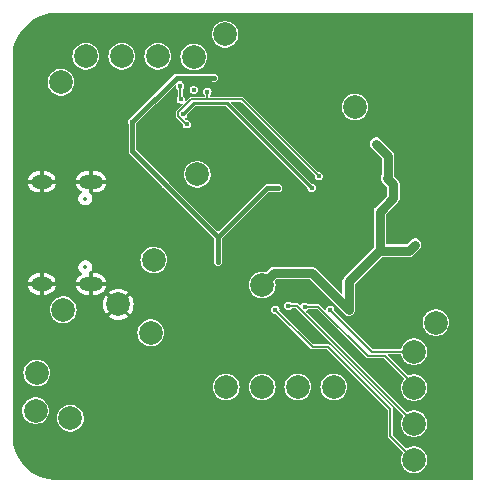
<source format=gbl>
%TF.GenerationSoftware,KiCad,Pcbnew,8.0.5*%
%TF.CreationDate,2024-11-10T01:34:36-05:00*%
%TF.ProjectId,swarm-pcb,73776172-6d2d-4706-9362-2e6b69636164,rev?*%
%TF.SameCoordinates,Original*%
%TF.FileFunction,Copper,L4,Bot*%
%TF.FilePolarity,Positive*%
%FSLAX46Y46*%
G04 Gerber Fmt 4.6, Leading zero omitted, Abs format (unit mm)*
G04 Created by KiCad (PCBNEW 8.0.5) date 2024-11-10 01:34:36*
%MOMM*%
%LPD*%
G01*
G04 APERTURE LIST*
%TA.AperFunction,ComponentPad*%
%ADD10C,2.000000*%
%TD*%
%TA.AperFunction,ComponentPad*%
%ADD11O,1.800000X1.200000*%
%TD*%
%TA.AperFunction,ComponentPad*%
%ADD12O,2.000000X1.200000*%
%TD*%
%TA.AperFunction,ViaPad*%
%ADD13C,0.450000*%
%TD*%
%TA.AperFunction,Conductor*%
%ADD14C,0.800000*%
%TD*%
%TA.AperFunction,Conductor*%
%ADD15C,0.400000*%
%TD*%
%TA.AperFunction,Conductor*%
%ADD16C,0.200000*%
%TD*%
%TA.AperFunction,Conductor*%
%ADD17C,0.127000*%
%TD*%
%TA.AperFunction,Conductor*%
%ADD18C,0.238000*%
%TD*%
%TA.AperFunction,Conductor*%
%ADD19C,0.160000*%
%TD*%
%ADD20C,0.300000*%
%ADD21C,0.350000*%
%ADD22O,1.400000X0.800000*%
%ADD23O,1.599975X0.800000*%
%ADD24O,1.600025X0.800000*%
G04 APERTURE END LIST*
D10*
%TO.P,TP307,1,1*%
%TO.N,GND*%
X75150000Y-132250000D03*
%TD*%
%TO.P,TP209,1,1*%
%TO.N,/peripherals/SDI_IMU*%
X75450000Y-111250000D03*
%TD*%
%TO.P,TP210,1,1*%
%TO.N,/peripherals/SDO_IMU*%
X72399999Y-111250000D03*
%TD*%
%TO.P,TP202,1,1*%
%TO.N,MOTOR_CTRL_1*%
X100200000Y-136250000D03*
%TD*%
%TO.P,TP214,1,1*%
%TO.N,INT2*%
X81850000Y-121250000D03*
%TD*%
%TO.P,TP102,1,1*%
%TO.N,Net-(C115-Pad1)*%
X102050000Y-133800000D03*
%TD*%
%TO.P,TP201,1,1*%
%TO.N,MOTOR_CTRL_2*%
X100200000Y-139300000D03*
%TD*%
%TO.P,TP212,1,1*%
%TO.N,SCLK*%
X78500000Y-111250000D03*
%TD*%
%TO.P,TP304,1,1*%
%TO.N,/power/batt_stat*%
X68150000Y-141250000D03*
%TD*%
%TO.P,TP301,1,1*%
%TO.N,+3V3*%
X87350000Y-130600000D03*
%TD*%
%TO.P,TP305,1,1*%
%TO.N,Net-(U302-PROG)*%
X68250000Y-138050000D03*
%TD*%
%TO.P,TP213,1,1*%
%TO.N,INT1*%
X70300000Y-113450000D03*
%TD*%
D11*
%TO.P,U101,3,SH*%
%TO.N,GND*%
X68674416Y-121874879D03*
%TO.P,U101,2,SH*%
X68674416Y-130525121D03*
D12*
%TO.P,U101,1,SH*%
X72854248Y-130525121D03*
%TO.P,U101,0,SH*%
X72854248Y-121874879D03*
%TD*%
D10*
%TO.P,TP206,1,1*%
%TO.N,Net-(U201-OUT2)*%
X90350000Y-139250000D03*
%TD*%
%TO.P,TP211,1,1*%
%TO.N,CS*%
X81550000Y-111300000D03*
%TD*%
%TO.P,TP208,1,1*%
%TO.N,Net-(U201-OUT4)*%
X84300000Y-139250000D03*
%TD*%
%TO.P,TP303,1,1*%
%TO.N,+BATT*%
X71100000Y-141900000D03*
%TD*%
%TO.P,TP203,1,1*%
%TO.N,MOTOR_CTRL_4*%
X100200000Y-145400000D03*
%TD*%
%TO.P,TP207,1,1*%
%TO.N,Net-(U201-OUT3)*%
X87350000Y-139250000D03*
%TD*%
%TO.P,TP205,1,1*%
%TO.N,Net-(U201-OUT1)*%
X93400000Y-139250000D03*
%TD*%
%TO.P,TP302,1,1*%
%TO.N,VBUS*%
X77900000Y-134650000D03*
%TD*%
%TO.P,TP306,1,1*%
%TO.N,/power/FB_3V3*%
X78150000Y-128500000D03*
%TD*%
%TO.P,TP204,1,1*%
%TO.N,MOTOR_CTRL_3*%
X100200000Y-142350001D03*
%TD*%
%TO.P,TP103,1,1*%
%TO.N,/BOOT*%
X95200000Y-115550000D03*
%TD*%
%TO.P,TP101,1,1*%
%TO.N,+5V*%
X70500000Y-132700000D03*
%TD*%
%TO.P,TP104,1,1*%
%TO.N,/RESET*%
X84200000Y-109400000D03*
%TD*%
D13*
%TO.N,GND*%
X103206151Y-145046001D03*
X103206151Y-143046001D03*
X103206151Y-141046001D03*
X103206151Y-139046001D03*
X103206151Y-137046001D03*
X103206151Y-135046001D03*
X103206151Y-127046001D03*
X103206151Y-123046001D03*
X103206151Y-121046001D03*
X103206151Y-119046001D03*
X103206151Y-117046001D03*
X103206151Y-115046001D03*
X103206151Y-113046001D03*
X103206151Y-111046001D03*
X103206151Y-109046001D03*
X101206151Y-141046001D03*
X101206151Y-135046001D03*
X101206151Y-123046001D03*
X101206151Y-119046001D03*
X101206151Y-117046001D03*
X101206151Y-113046001D03*
X101206151Y-111046001D03*
X99206151Y-113046001D03*
X99206151Y-111046001D03*
X99206151Y-109046001D03*
X97206151Y-145046001D03*
X97206151Y-143046001D03*
X97206151Y-141046001D03*
X97206151Y-117046001D03*
X97206151Y-113046001D03*
X97206151Y-111046001D03*
X95206151Y-145046001D03*
X95206151Y-143046001D03*
X95206151Y-141046001D03*
X95206151Y-139046001D03*
X95206151Y-117046001D03*
X95206151Y-113046001D03*
X95206151Y-111046001D03*
X93206151Y-143046001D03*
X93206151Y-141046001D03*
X93206151Y-137046001D03*
X93206151Y-121046001D03*
X93206151Y-119046001D03*
X93206151Y-117046001D03*
X93206151Y-115046001D03*
X93206151Y-113046001D03*
X93206151Y-111046001D03*
X93206151Y-109046001D03*
X91206151Y-145046001D03*
X91206151Y-119046001D03*
X91206151Y-117046001D03*
X91206151Y-115046001D03*
X91206151Y-113046001D03*
X91206151Y-111046001D03*
X91206151Y-109046001D03*
X89206151Y-143046001D03*
X89206151Y-141046001D03*
X89206151Y-117046001D03*
X89206151Y-115046001D03*
X89206151Y-113046001D03*
X89206151Y-111046001D03*
X87206151Y-143046001D03*
X87206151Y-141046001D03*
X87206151Y-135046001D03*
X87206151Y-133046001D03*
X87206151Y-129046001D03*
X87206151Y-115046001D03*
X87206151Y-113046001D03*
X85206151Y-145046001D03*
X85206151Y-135046001D03*
X85206151Y-133046001D03*
X85206151Y-129046001D03*
X85206151Y-123046001D03*
X83206151Y-143046001D03*
X83206151Y-141046001D03*
X83206151Y-123046001D03*
X83206151Y-111046001D03*
X81206151Y-145046001D03*
X81206151Y-143046001D03*
X81206151Y-141046001D03*
X81206151Y-139046001D03*
X81206151Y-127046001D03*
X81206151Y-123046001D03*
X81206151Y-109046001D03*
X79206151Y-145046001D03*
X79206151Y-143046001D03*
X79206151Y-141046001D03*
X79206151Y-139046001D03*
X79206151Y-137046001D03*
X79206151Y-127046001D03*
X79206151Y-109046001D03*
X77206151Y-143046001D03*
X77206151Y-141046001D03*
X77206151Y-139046001D03*
X77206151Y-131046001D03*
X77206151Y-109046001D03*
X75206151Y-145046001D03*
X75206151Y-143046001D03*
X75206151Y-113046001D03*
X75206151Y-109046001D03*
X73206151Y-145046001D03*
X73206151Y-143046001D03*
X73206151Y-141046001D03*
X73206151Y-133046001D03*
X73206151Y-109046001D03*
X71206151Y-145046001D03*
X71206151Y-135046001D03*
X71206151Y-131046001D03*
X71206151Y-127046001D03*
X71206151Y-117046001D03*
X71206151Y-115046001D03*
X71206151Y-109046001D03*
X69206151Y-145046001D03*
X69206151Y-143046001D03*
X69206151Y-135046001D03*
X69206151Y-125046001D03*
X69206151Y-123046001D03*
X69206151Y-119046001D03*
X69206151Y-117046001D03*
X69206151Y-115046001D03*
X69206151Y-111046001D03*
X69206151Y-109046001D03*
X67206151Y-145046001D03*
X67206151Y-143046001D03*
X67206151Y-135046001D03*
X67206151Y-133046001D03*
X67206151Y-131046001D03*
X67206151Y-129046001D03*
X67206151Y-127046001D03*
X67206151Y-125046001D03*
X67206151Y-123046001D03*
X67206151Y-121046001D03*
X67206151Y-119046001D03*
X67206151Y-117046001D03*
X67206151Y-115046001D03*
X67206151Y-113046001D03*
X67206151Y-111046001D03*
X92650000Y-128200000D03*
X94900000Y-128150000D03*
X94850000Y-125850000D03*
X92650000Y-125850000D03*
X93700000Y-125850000D03*
X93700000Y-128200000D03*
X94900000Y-127000000D03*
X92650000Y-127000000D03*
X93700000Y-127000000D03*
X93700000Y-129400000D03*
X93700000Y-124700000D03*
X91600000Y-127000000D03*
X96000000Y-127000000D03*
X81850000Y-116000000D03*
X87450000Y-119300000D03*
X86700000Y-118950000D03*
X97650000Y-122600000D03*
X90750000Y-136700000D03*
X88750000Y-121450000D03*
X72250000Y-126950000D03*
X72050000Y-126300000D03*
X72050000Y-125450000D03*
X75400000Y-126650000D03*
X85700000Y-125900000D03*
X87900000Y-125850000D03*
X85000000Y-126300000D03*
X81650000Y-126150000D03*
X80350000Y-126200000D03*
X78900000Y-126200000D03*
X77550000Y-126250000D03*
X76450000Y-126400000D03*
X88200000Y-124200000D03*
X86900000Y-124200000D03*
X84550000Y-124050000D03*
X83450000Y-124050000D03*
X82150000Y-124000000D03*
X79850000Y-124150000D03*
X78800000Y-124100000D03*
X77700000Y-124100000D03*
X76550000Y-124000000D03*
X75250000Y-116650000D03*
X77050000Y-118000000D03*
X75400000Y-117600000D03*
X78050000Y-122100000D03*
X85250000Y-121900000D03*
X85100000Y-120500000D03*
X101421358Y-126867267D03*
X101800000Y-127300000D03*
X102200000Y-127700000D03*
X102650000Y-128050000D03*
X103100000Y-128450000D03*
X103550000Y-128850000D03*
X103450000Y-129400000D03*
X103050000Y-129850000D03*
X103500000Y-131700000D03*
X103500000Y-131100000D03*
X103100000Y-130650000D03*
X102650000Y-130250000D03*
X102500000Y-132150000D03*
X101400000Y-132250000D03*
X100850000Y-132700000D03*
X100400000Y-133050000D03*
X100150000Y-133550000D03*
X99566469Y-133824556D03*
X99800000Y-134350000D03*
X99250000Y-134600000D03*
X98800000Y-135000000D03*
X98400000Y-135450000D03*
X97950000Y-134900000D03*
X97400000Y-134800000D03*
X97200000Y-134250000D03*
X97450000Y-131250000D03*
X96806588Y-131143412D03*
X96900000Y-129900000D03*
X96500000Y-130350000D03*
X96229797Y-130843600D03*
X96400000Y-131550000D03*
X96600000Y-132200000D03*
X97006588Y-131793412D03*
X97850000Y-131650000D03*
X98100000Y-131100000D03*
X97600000Y-130600000D03*
X97050000Y-130600000D03*
X98050000Y-129650000D03*
X98800000Y-130500000D03*
X98400000Y-130100000D03*
%TO.N,+3V3*%
X83250000Y-113050000D03*
X97000000Y-118650000D03*
X97900000Y-121550000D03*
X100300000Y-127200000D03*
X94650000Y-132700000D03*
X88700000Y-122400000D03*
X76350000Y-116800000D03*
X79150000Y-122100000D03*
X83600000Y-128650000D03*
%TO.N,SCLK*%
X81550000Y-114100000D03*
%TO.N,CS*%
X82700000Y-114250000D03*
%TO.N,/peripherals/SDI_IMU*%
X80450000Y-114907000D03*
X80400000Y-113800000D03*
%TO.N,CS*%
X92150000Y-121400000D03*
X80950000Y-117000000D03*
%TO.N,SCLK*%
X80650000Y-116150000D03*
X91522587Y-122377413D03*
%TO.N,GND*%
X90200000Y-133450000D03*
%TO.N,MOTOR_CTRL_4*%
X88450000Y-132700000D03*
%TO.N,MOTOR_CTRL_3*%
X89550000Y-132350000D03*
%TO.N,MOTOR_CTRL_2*%
X90950000Y-132450000D03*
%TO.N,MOTOR_CTRL_1*%
X93100000Y-132700000D03*
%TO.N,GND*%
X90900000Y-130950000D03*
X91600000Y-131850000D03*
%TD*%
D14*
%TO.N,+3V3*%
X97900000Y-121550000D02*
X98450000Y-122100000D01*
X98450000Y-122100000D02*
X98450000Y-123250000D01*
X98450000Y-123250000D02*
X97300000Y-124400000D01*
X97300000Y-124400000D02*
X97300000Y-127650000D01*
X98000000Y-121450000D02*
X98000000Y-119650000D01*
X98000000Y-119650000D02*
X97000000Y-118650000D01*
X97900000Y-121550000D02*
X98000000Y-121450000D01*
X100300000Y-127200000D02*
X99800000Y-127700000D01*
X99800000Y-127700000D02*
X97350000Y-127700000D01*
X97350000Y-127700000D02*
X97300000Y-127650000D01*
X94650000Y-130300000D02*
X97300000Y-127650000D01*
X94650000Y-132700000D02*
X94650000Y-130300000D01*
D15*
X88700000Y-122400000D02*
X87750000Y-122400000D01*
X87750000Y-122400000D02*
X83600000Y-126550000D01*
X80100000Y-113050000D02*
X83250000Y-113050000D01*
X76350000Y-116800000D02*
X80100000Y-113050000D01*
D14*
X91550000Y-129600000D02*
X94650000Y-132700000D01*
X88350000Y-129600000D02*
X91550000Y-129600000D01*
X87350000Y-130600000D02*
X88350000Y-129600000D01*
D15*
X76350000Y-119300000D02*
X76350000Y-116800000D01*
X79150000Y-122100000D02*
X76350000Y-119300000D01*
X83600000Y-126550000D02*
X79150000Y-122100000D01*
X83600000Y-128650000D02*
X83600000Y-126550000D01*
D16*
%TO.N,CS*%
X82700000Y-114250000D02*
X82700000Y-114840500D01*
X82700000Y-114840500D02*
X82713500Y-114854000D01*
X82713500Y-114854000D02*
X82700000Y-114854000D01*
%TO.N,/peripherals/SDI_IMU*%
X80400000Y-113800000D02*
X80400000Y-114857000D01*
X80400000Y-114857000D02*
X80450000Y-114907000D01*
D17*
%TO.N,CS*%
X85640500Y-114890500D02*
X92150000Y-121400000D01*
X81321894Y-114890500D02*
X85640500Y-114890500D01*
X80912394Y-117000000D02*
X80234500Y-116322106D01*
X80234500Y-115977894D02*
X81321894Y-114890500D01*
X80234500Y-116322106D02*
X80234500Y-115977894D01*
X80950000Y-117000000D02*
X80912394Y-117000000D01*
D18*
%TO.N,SCLK*%
X80650000Y-116150000D02*
X81600000Y-115200000D01*
X81600000Y-115200000D02*
X84345174Y-115200000D01*
X84345174Y-115200000D02*
X91522587Y-122377413D01*
D19*
%TO.N,MOTOR_CTRL_4*%
X88450000Y-132700000D02*
X91600000Y-135850000D01*
X91600000Y-135850000D02*
X92950000Y-135850000D01*
X92950000Y-135850000D02*
X98200000Y-141100000D01*
X98200000Y-141100000D02*
X98200000Y-143400000D01*
X98200000Y-143400000D02*
X100200000Y-145400000D01*
%TO.N,MOTOR_CTRL_3*%
X90518000Y-132618000D02*
X90518000Y-132628941D01*
X100200000Y-142300000D02*
X100200000Y-142350001D01*
X90250000Y-132350000D02*
X90518000Y-132618000D01*
X90518000Y-132628941D02*
X90771059Y-132882000D01*
X89550000Y-132350000D02*
X90250000Y-132350000D01*
X90771059Y-132882000D02*
X90782000Y-132882000D01*
X90782000Y-132882000D02*
X100200000Y-142300000D01*
%TO.N,MOTOR_CTRL_2*%
X96265000Y-136615000D02*
X97765000Y-136615000D01*
X90950000Y-132450000D02*
X92100000Y-132450000D01*
X92100000Y-132450000D02*
X96265000Y-136615000D01*
X97765000Y-136615000D02*
X100200000Y-139050000D01*
X100200000Y-139050000D02*
X100200000Y-139300000D01*
%TO.N,MOTOR_CTRL_1*%
X100200000Y-136250000D02*
X96650000Y-136250000D01*
X96650000Y-136250000D02*
X93100000Y-132700000D01*
%TD*%
%TA.AperFunction,Conductor*%
%TO.N,GND*%
G36*
X105181694Y-107568806D02*
G01*
X105200000Y-107613000D01*
X105200000Y-147087000D01*
X105181694Y-147131194D01*
X105137500Y-147149500D01*
X70001540Y-147149500D01*
X69998473Y-147149425D01*
X69630652Y-147131354D01*
X69624548Y-147130753D01*
X69261785Y-147076943D01*
X69255770Y-147075746D01*
X68900038Y-146986640D01*
X68894168Y-146984859D01*
X68548884Y-146861314D01*
X68543218Y-146858967D01*
X68211704Y-146702173D01*
X68206295Y-146699282D01*
X67891742Y-146510746D01*
X67886642Y-146507338D01*
X67862056Y-146489104D01*
X67755074Y-146409760D01*
X67592088Y-146288881D01*
X67587354Y-146284997D01*
X67315622Y-146038713D01*
X67311286Y-146034377D01*
X67276588Y-145996094D01*
X67065000Y-145762643D01*
X67061118Y-145757911D01*
X67037741Y-145726391D01*
X66842657Y-145463351D01*
X66839253Y-145458257D01*
X66650712Y-145143695D01*
X66647831Y-145138304D01*
X66491028Y-144806772D01*
X66488689Y-144801125D01*
X66365137Y-144455821D01*
X66363362Y-144449971D01*
X66274252Y-144094225D01*
X66273056Y-144088214D01*
X66219246Y-143725451D01*
X66218645Y-143719347D01*
X66200575Y-143351526D01*
X66200500Y-143348459D01*
X66200500Y-141249995D01*
X67017670Y-141249995D01*
X67017670Y-141250004D01*
X67036948Y-141458057D01*
X67036950Y-141458068D01*
X67073679Y-141587155D01*
X67094134Y-141659045D01*
X67187274Y-141846095D01*
X67187275Y-141846096D01*
X67187277Y-141846100D01*
X67313189Y-142012836D01*
X67313194Y-142012841D01*
X67313198Y-142012846D01*
X67417640Y-142108057D01*
X67467614Y-142153615D01*
X67467615Y-142153616D01*
X67467619Y-142153619D01*
X67645277Y-142263620D01*
X67840123Y-142339104D01*
X68045522Y-142377500D01*
X68045525Y-142377500D01*
X68254475Y-142377500D01*
X68254478Y-142377500D01*
X68459877Y-142339104D01*
X68654723Y-142263620D01*
X68832381Y-142153619D01*
X68986802Y-142012846D01*
X69041092Y-141940955D01*
X69072023Y-141899995D01*
X69967670Y-141899995D01*
X69967670Y-141900004D01*
X69986948Y-142108057D01*
X69986950Y-142108068D01*
X69999911Y-142153619D01*
X70044134Y-142309045D01*
X70137274Y-142496095D01*
X70137275Y-142496096D01*
X70137277Y-142496100D01*
X70263189Y-142662836D01*
X70263194Y-142662841D01*
X70263198Y-142662846D01*
X70367938Y-142758329D01*
X70417614Y-142803615D01*
X70417615Y-142803616D01*
X70417619Y-142803619D01*
X70595277Y-142913620D01*
X70790123Y-142989104D01*
X70995522Y-143027500D01*
X70995525Y-143027500D01*
X71204475Y-143027500D01*
X71204478Y-143027500D01*
X71409877Y-142989104D01*
X71604723Y-142913620D01*
X71782381Y-142803619D01*
X71936802Y-142662846D01*
X72062726Y-142496095D01*
X72155866Y-142309045D01*
X72213050Y-142108065D01*
X72213051Y-142108057D01*
X72232330Y-141900004D01*
X72232330Y-141899995D01*
X72213051Y-141691942D01*
X72213049Y-141691931D01*
X72183237Y-141587155D01*
X72155866Y-141490955D01*
X72062726Y-141303905D01*
X72062723Y-141303901D01*
X72062722Y-141303899D01*
X71936810Y-141137163D01*
X71936805Y-141137158D01*
X71936802Y-141137154D01*
X71832359Y-141041942D01*
X71782385Y-140996384D01*
X71782382Y-140996382D01*
X71782381Y-140996381D01*
X71604723Y-140886380D01*
X71604721Y-140886379D01*
X71548089Y-140864440D01*
X71409877Y-140810896D01*
X71409874Y-140810895D01*
X71409873Y-140810895D01*
X71204482Y-140772500D01*
X71204478Y-140772500D01*
X70995522Y-140772500D01*
X70995517Y-140772500D01*
X70790126Y-140810895D01*
X70595278Y-140886379D01*
X70417614Y-140996384D01*
X70263196Y-141137156D01*
X70263189Y-141137163D01*
X70137277Y-141303899D01*
X70137274Y-141303905D01*
X70044134Y-141490954D01*
X69986950Y-141691931D01*
X69986948Y-141691942D01*
X69967670Y-141899995D01*
X69072023Y-141899995D01*
X69112722Y-141846100D01*
X69112721Y-141846100D01*
X69112726Y-141846095D01*
X69205866Y-141659045D01*
X69263050Y-141458065D01*
X69263051Y-141458057D01*
X69282330Y-141250004D01*
X69282330Y-141249995D01*
X69263051Y-141041942D01*
X69263049Y-141041931D01*
X69246128Y-140982460D01*
X69205866Y-140840955D01*
X69112726Y-140653905D01*
X69112723Y-140653901D01*
X69112722Y-140653899D01*
X68986810Y-140487163D01*
X68986805Y-140487158D01*
X68986802Y-140487154D01*
X68866516Y-140377499D01*
X68832385Y-140346384D01*
X68832382Y-140346382D01*
X68832381Y-140346381D01*
X68654723Y-140236380D01*
X68654721Y-140236379D01*
X68570147Y-140203615D01*
X68459877Y-140160896D01*
X68459874Y-140160895D01*
X68459873Y-140160895D01*
X68254482Y-140122500D01*
X68254478Y-140122500D01*
X68045522Y-140122500D01*
X68045517Y-140122500D01*
X67840126Y-140160895D01*
X67645278Y-140236379D01*
X67467614Y-140346384D01*
X67313196Y-140487156D01*
X67313189Y-140487163D01*
X67187277Y-140653899D01*
X67187274Y-140653905D01*
X67094134Y-140840954D01*
X67036950Y-141041931D01*
X67036948Y-141041942D01*
X67017670Y-141249995D01*
X66200500Y-141249995D01*
X66200500Y-139249995D01*
X83167670Y-139249995D01*
X83167670Y-139250004D01*
X83186948Y-139458057D01*
X83186950Y-139458068D01*
X83201176Y-139508065D01*
X83244134Y-139659045D01*
X83337274Y-139846095D01*
X83337275Y-139846096D01*
X83337277Y-139846100D01*
X83463189Y-140012836D01*
X83463194Y-140012841D01*
X83463198Y-140012846D01*
X83518046Y-140062846D01*
X83617614Y-140153615D01*
X83617615Y-140153616D01*
X83617619Y-140153619D01*
X83795277Y-140263620D01*
X83990123Y-140339104D01*
X84195522Y-140377500D01*
X84195525Y-140377500D01*
X84404475Y-140377500D01*
X84404478Y-140377500D01*
X84609877Y-140339104D01*
X84804723Y-140263620D01*
X84982381Y-140153619D01*
X85136802Y-140012846D01*
X85262726Y-139846095D01*
X85355866Y-139659045D01*
X85413050Y-139458065D01*
X85413051Y-139458057D01*
X85432330Y-139250004D01*
X85432330Y-139249995D01*
X86217670Y-139249995D01*
X86217670Y-139250004D01*
X86236948Y-139458057D01*
X86236950Y-139458068D01*
X86251176Y-139508065D01*
X86294134Y-139659045D01*
X86387274Y-139846095D01*
X86387275Y-139846096D01*
X86387277Y-139846100D01*
X86513189Y-140012836D01*
X86513194Y-140012841D01*
X86513198Y-140012846D01*
X86568046Y-140062846D01*
X86667614Y-140153615D01*
X86667615Y-140153616D01*
X86667619Y-140153619D01*
X86845277Y-140263620D01*
X87040123Y-140339104D01*
X87245522Y-140377500D01*
X87245525Y-140377500D01*
X87454475Y-140377500D01*
X87454478Y-140377500D01*
X87659877Y-140339104D01*
X87854723Y-140263620D01*
X88032381Y-140153619D01*
X88186802Y-140012846D01*
X88312726Y-139846095D01*
X88405866Y-139659045D01*
X88463050Y-139458065D01*
X88463051Y-139458057D01*
X88482330Y-139250004D01*
X88482330Y-139249995D01*
X89217670Y-139249995D01*
X89217670Y-139250004D01*
X89236948Y-139458057D01*
X89236950Y-139458068D01*
X89251176Y-139508065D01*
X89294134Y-139659045D01*
X89387274Y-139846095D01*
X89387275Y-139846096D01*
X89387277Y-139846100D01*
X89513189Y-140012836D01*
X89513194Y-140012841D01*
X89513198Y-140012846D01*
X89568046Y-140062846D01*
X89667614Y-140153615D01*
X89667615Y-140153616D01*
X89667619Y-140153619D01*
X89845277Y-140263620D01*
X90040123Y-140339104D01*
X90245522Y-140377500D01*
X90245525Y-140377500D01*
X90454475Y-140377500D01*
X90454478Y-140377500D01*
X90659877Y-140339104D01*
X90854723Y-140263620D01*
X91032381Y-140153619D01*
X91186802Y-140012846D01*
X91312726Y-139846095D01*
X91405866Y-139659045D01*
X91463050Y-139458065D01*
X91463051Y-139458057D01*
X91482330Y-139250004D01*
X91482330Y-139249995D01*
X92267670Y-139249995D01*
X92267670Y-139250004D01*
X92286948Y-139458057D01*
X92286950Y-139458068D01*
X92301176Y-139508065D01*
X92344134Y-139659045D01*
X92437274Y-139846095D01*
X92437275Y-139846096D01*
X92437277Y-139846100D01*
X92563189Y-140012836D01*
X92563194Y-140012841D01*
X92563198Y-140012846D01*
X92618046Y-140062846D01*
X92717614Y-140153615D01*
X92717615Y-140153616D01*
X92717619Y-140153619D01*
X92895277Y-140263620D01*
X93090123Y-140339104D01*
X93295522Y-140377500D01*
X93295525Y-140377500D01*
X93504475Y-140377500D01*
X93504478Y-140377500D01*
X93709877Y-140339104D01*
X93904723Y-140263620D01*
X94082381Y-140153619D01*
X94236802Y-140012846D01*
X94362726Y-139846095D01*
X94455866Y-139659045D01*
X94513050Y-139458065D01*
X94513051Y-139458057D01*
X94532330Y-139250004D01*
X94532330Y-139249995D01*
X94513051Y-139041942D01*
X94513049Y-139041931D01*
X94487922Y-138953619D01*
X94455866Y-138840955D01*
X94362726Y-138653905D01*
X94362723Y-138653901D01*
X94362722Y-138653899D01*
X94236810Y-138487163D01*
X94236805Y-138487158D01*
X94236802Y-138487154D01*
X94137229Y-138396381D01*
X94082385Y-138346384D01*
X94082382Y-138346382D01*
X94082381Y-138346381D01*
X93904723Y-138236380D01*
X93904721Y-138236379D01*
X93838939Y-138210895D01*
X93709877Y-138160896D01*
X93709874Y-138160895D01*
X93709873Y-138160895D01*
X93504482Y-138122500D01*
X93504478Y-138122500D01*
X93295522Y-138122500D01*
X93295517Y-138122500D01*
X93090126Y-138160895D01*
X92895278Y-138236379D01*
X92717614Y-138346384D01*
X92563196Y-138487156D01*
X92563189Y-138487163D01*
X92437277Y-138653899D01*
X92437274Y-138653905D01*
X92344134Y-138840954D01*
X92286950Y-139041931D01*
X92286948Y-139041942D01*
X92267670Y-139249995D01*
X91482330Y-139249995D01*
X91463051Y-139041942D01*
X91463049Y-139041931D01*
X91437922Y-138953619D01*
X91405866Y-138840955D01*
X91312726Y-138653905D01*
X91312723Y-138653901D01*
X91312722Y-138653899D01*
X91186810Y-138487163D01*
X91186805Y-138487158D01*
X91186802Y-138487154D01*
X91087229Y-138396381D01*
X91032385Y-138346384D01*
X91032382Y-138346382D01*
X91032381Y-138346381D01*
X90854723Y-138236380D01*
X90854721Y-138236379D01*
X90788939Y-138210895D01*
X90659877Y-138160896D01*
X90659874Y-138160895D01*
X90659873Y-138160895D01*
X90454482Y-138122500D01*
X90454478Y-138122500D01*
X90245522Y-138122500D01*
X90245517Y-138122500D01*
X90040126Y-138160895D01*
X89845278Y-138236379D01*
X89667614Y-138346384D01*
X89513196Y-138487156D01*
X89513189Y-138487163D01*
X89387277Y-138653899D01*
X89387274Y-138653905D01*
X89294134Y-138840954D01*
X89236950Y-139041931D01*
X89236948Y-139041942D01*
X89217670Y-139249995D01*
X88482330Y-139249995D01*
X88463051Y-139041942D01*
X88463049Y-139041931D01*
X88437922Y-138953619D01*
X88405866Y-138840955D01*
X88312726Y-138653905D01*
X88312723Y-138653901D01*
X88312722Y-138653899D01*
X88186810Y-138487163D01*
X88186805Y-138487158D01*
X88186802Y-138487154D01*
X88087229Y-138396381D01*
X88032385Y-138346384D01*
X88032382Y-138346382D01*
X88032381Y-138346381D01*
X87854723Y-138236380D01*
X87854721Y-138236379D01*
X87788939Y-138210895D01*
X87659877Y-138160896D01*
X87659874Y-138160895D01*
X87659873Y-138160895D01*
X87454482Y-138122500D01*
X87454478Y-138122500D01*
X87245522Y-138122500D01*
X87245517Y-138122500D01*
X87040126Y-138160895D01*
X86845278Y-138236379D01*
X86667614Y-138346384D01*
X86513196Y-138487156D01*
X86513189Y-138487163D01*
X86387277Y-138653899D01*
X86387274Y-138653905D01*
X86294134Y-138840954D01*
X86236950Y-139041931D01*
X86236948Y-139041942D01*
X86217670Y-139249995D01*
X85432330Y-139249995D01*
X85413051Y-139041942D01*
X85413049Y-139041931D01*
X85387922Y-138953619D01*
X85355866Y-138840955D01*
X85262726Y-138653905D01*
X85262723Y-138653901D01*
X85262722Y-138653899D01*
X85136810Y-138487163D01*
X85136805Y-138487158D01*
X85136802Y-138487154D01*
X85037229Y-138396381D01*
X84982385Y-138346384D01*
X84982382Y-138346382D01*
X84982381Y-138346381D01*
X84804723Y-138236380D01*
X84804721Y-138236379D01*
X84738939Y-138210895D01*
X84609877Y-138160896D01*
X84609874Y-138160895D01*
X84609873Y-138160895D01*
X84404482Y-138122500D01*
X84404478Y-138122500D01*
X84195522Y-138122500D01*
X84195517Y-138122500D01*
X83990126Y-138160895D01*
X83795278Y-138236379D01*
X83617614Y-138346384D01*
X83463196Y-138487156D01*
X83463189Y-138487163D01*
X83337277Y-138653899D01*
X83337274Y-138653905D01*
X83244134Y-138840954D01*
X83186950Y-139041931D01*
X83186948Y-139041942D01*
X83167670Y-139249995D01*
X66200500Y-139249995D01*
X66200500Y-138049995D01*
X67117670Y-138049995D01*
X67117670Y-138050004D01*
X67136948Y-138258057D01*
X67136950Y-138258068D01*
X67145006Y-138286380D01*
X67194134Y-138459045D01*
X67287274Y-138646095D01*
X67287275Y-138646096D01*
X67287277Y-138646100D01*
X67413189Y-138812836D01*
X67413194Y-138812841D01*
X67413198Y-138812846D01*
X67498879Y-138890954D01*
X67567614Y-138953615D01*
X67567615Y-138953616D01*
X67567619Y-138953619D01*
X67745277Y-139063620D01*
X67940123Y-139139104D01*
X68145522Y-139177500D01*
X68145525Y-139177500D01*
X68354475Y-139177500D01*
X68354478Y-139177500D01*
X68559877Y-139139104D01*
X68754723Y-139063620D01*
X68932381Y-138953619D01*
X69086802Y-138812846D01*
X69212726Y-138646095D01*
X69305866Y-138459045D01*
X69363050Y-138258065D01*
X69363989Y-138247934D01*
X69382330Y-138050004D01*
X69382330Y-138049995D01*
X69363051Y-137841942D01*
X69363049Y-137841931D01*
X69353797Y-137809414D01*
X69305866Y-137640955D01*
X69212726Y-137453905D01*
X69212723Y-137453901D01*
X69212722Y-137453899D01*
X69086810Y-137287163D01*
X69086805Y-137287158D01*
X69086802Y-137287154D01*
X68940321Y-137153619D01*
X68932385Y-137146384D01*
X68932382Y-137146382D01*
X68932381Y-137146381D01*
X68754723Y-137036380D01*
X68754721Y-137036379D01*
X68693949Y-137012836D01*
X68559877Y-136960896D01*
X68559874Y-136960895D01*
X68559873Y-136960895D01*
X68354482Y-136922500D01*
X68354478Y-136922500D01*
X68145522Y-136922500D01*
X68145517Y-136922500D01*
X67940126Y-136960895D01*
X67745278Y-137036379D01*
X67567614Y-137146384D01*
X67413196Y-137287156D01*
X67413189Y-137287163D01*
X67287277Y-137453899D01*
X67287274Y-137453905D01*
X67194134Y-137640954D01*
X67136950Y-137841931D01*
X67136948Y-137841942D01*
X67117670Y-138049995D01*
X66200500Y-138049995D01*
X66200500Y-134649995D01*
X76767670Y-134649995D01*
X76767670Y-134650004D01*
X76786948Y-134858057D01*
X76786950Y-134858068D01*
X76844134Y-135059045D01*
X76937274Y-135246095D01*
X76937275Y-135246096D01*
X76937277Y-135246100D01*
X77063189Y-135412836D01*
X77063194Y-135412841D01*
X77063198Y-135412846D01*
X77144720Y-135487163D01*
X77217614Y-135553615D01*
X77217615Y-135553616D01*
X77217619Y-135553619D01*
X77395277Y-135663620D01*
X77590123Y-135739104D01*
X77795522Y-135777500D01*
X77795525Y-135777500D01*
X78004475Y-135777500D01*
X78004478Y-135777500D01*
X78209877Y-135739104D01*
X78404723Y-135663620D01*
X78582381Y-135553619D01*
X78736802Y-135412846D01*
X78862726Y-135246095D01*
X78955866Y-135059045D01*
X79013050Y-134858065D01*
X79013051Y-134858057D01*
X79032330Y-134650004D01*
X79032330Y-134649995D01*
X79013051Y-134441942D01*
X79013049Y-134441931D01*
X79000007Y-134396094D01*
X78955866Y-134240955D01*
X78862726Y-134053905D01*
X78862723Y-134053901D01*
X78862722Y-134053899D01*
X78736810Y-133887163D01*
X78736805Y-133887158D01*
X78736802Y-133887154D01*
X78629246Y-133789104D01*
X78582385Y-133746384D01*
X78582382Y-133746382D01*
X78582381Y-133746381D01*
X78404723Y-133636380D01*
X78404721Y-133636379D01*
X78320147Y-133603615D01*
X78209877Y-133560896D01*
X78209874Y-133560895D01*
X78209873Y-133560895D01*
X78004482Y-133522500D01*
X78004478Y-133522500D01*
X77795522Y-133522500D01*
X77795517Y-133522500D01*
X77590126Y-133560895D01*
X77395278Y-133636379D01*
X77217614Y-133746384D01*
X77063196Y-133887156D01*
X77063189Y-133887163D01*
X76937277Y-134053899D01*
X76937274Y-134053905D01*
X76844134Y-134240954D01*
X76786950Y-134441931D01*
X76786948Y-134441942D01*
X76767670Y-134649995D01*
X66200500Y-134649995D01*
X66200500Y-132699995D01*
X69367670Y-132699995D01*
X69367670Y-132700004D01*
X69386948Y-132908057D01*
X69386950Y-132908068D01*
X69433234Y-133070737D01*
X69444134Y-133109045D01*
X69537274Y-133296095D01*
X69537275Y-133296096D01*
X69537277Y-133296100D01*
X69663189Y-133462836D01*
X69663194Y-133462841D01*
X69663198Y-133462846D01*
X69742499Y-133535138D01*
X69817614Y-133603615D01*
X69817615Y-133603616D01*
X69817619Y-133603619D01*
X69995277Y-133713620D01*
X70190123Y-133789104D01*
X70395522Y-133827500D01*
X70395525Y-133827500D01*
X70604475Y-133827500D01*
X70604478Y-133827500D01*
X70809877Y-133789104D01*
X71004723Y-133713620D01*
X71182381Y-133603619D01*
X71336802Y-133462846D01*
X71391092Y-133390955D01*
X71462722Y-133296100D01*
X71462721Y-133296100D01*
X71462726Y-133296095D01*
X71555866Y-133109045D01*
X71613050Y-132908065D01*
X71613463Y-132903607D01*
X71632330Y-132700004D01*
X71632330Y-132699995D01*
X71613051Y-132491942D01*
X71613049Y-132491931D01*
X71590098Y-132411267D01*
X71555866Y-132290955D01*
X71535471Y-132249997D01*
X73845034Y-132249997D01*
X73845034Y-132250002D01*
X73864858Y-132476601D01*
X73864861Y-132476617D01*
X73923731Y-132696321D01*
X73923732Y-132696323D01*
X74019865Y-132902482D01*
X74129215Y-133058650D01*
X74129215Y-133058651D01*
X74706328Y-132481537D01*
X74749901Y-132557007D01*
X74842993Y-132650099D01*
X74918460Y-132693670D01*
X74341348Y-133270782D01*
X74497520Y-133380135D01*
X74703676Y-133476267D01*
X74703678Y-133476268D01*
X74923382Y-133535138D01*
X74923398Y-133535141D01*
X75149998Y-133554966D01*
X75150002Y-133554966D01*
X75376601Y-133535141D01*
X75376617Y-133535138D01*
X75596321Y-133476268D01*
X75596323Y-133476267D01*
X75802479Y-133380135D01*
X75958650Y-133270782D01*
X75381538Y-132693670D01*
X75457007Y-132650099D01*
X75550099Y-132557007D01*
X75593670Y-132481538D01*
X76170782Y-133058650D01*
X76280135Y-132902479D01*
X76374554Y-132699996D01*
X88093106Y-132699996D01*
X88093106Y-132700003D01*
X88110572Y-132810282D01*
X88110574Y-132810287D01*
X88160396Y-132908068D01*
X88161267Y-132909777D01*
X88240223Y-132988733D01*
X88339714Y-133039426D01*
X88339717Y-133039427D01*
X88449997Y-133056894D01*
X88450000Y-133056894D01*
X88450001Y-133056894D01*
X88459345Y-133055413D01*
X88473314Y-133053201D01*
X88519828Y-133064367D01*
X88527287Y-133070737D01*
X91424090Y-135967539D01*
X91482461Y-136025910D01*
X91558726Y-136057500D01*
X92838162Y-136057500D01*
X92882356Y-136075806D01*
X97974194Y-141167644D01*
X97992500Y-141211838D01*
X97992500Y-143358725D01*
X97992500Y-143441275D01*
X98024090Y-143517540D01*
X99230303Y-144723753D01*
X99248609Y-144767947D01*
X99237624Y-144800724D01*
X99238795Y-144801449D01*
X99237274Y-144803904D01*
X99144134Y-144990954D01*
X99086950Y-145191931D01*
X99086948Y-145191942D01*
X99067670Y-145399995D01*
X99067670Y-145400004D01*
X99086948Y-145608057D01*
X99086950Y-145608068D01*
X99130934Y-145762653D01*
X99144134Y-145809045D01*
X99237274Y-145996095D01*
X99237275Y-145996096D01*
X99237277Y-145996100D01*
X99363189Y-146162836D01*
X99363194Y-146162841D01*
X99363198Y-146162846D01*
X99467938Y-146258329D01*
X99517614Y-146303615D01*
X99517615Y-146303616D01*
X99517619Y-146303619D01*
X99695277Y-146413620D01*
X99890123Y-146489104D01*
X100095522Y-146527500D01*
X100095525Y-146527500D01*
X100304475Y-146527500D01*
X100304478Y-146527500D01*
X100509877Y-146489104D01*
X100704723Y-146413620D01*
X100882381Y-146303619D01*
X101036802Y-146162846D01*
X101162726Y-145996095D01*
X101255866Y-145809045D01*
X101313050Y-145608065D01*
X101332330Y-145400000D01*
X101313050Y-145191935D01*
X101255866Y-144990955D01*
X101162726Y-144803905D01*
X101162723Y-144803901D01*
X101162722Y-144803899D01*
X101036810Y-144637163D01*
X101036805Y-144637158D01*
X101036802Y-144637154D01*
X100939927Y-144548841D01*
X100882385Y-144496384D01*
X100882382Y-144496382D01*
X100882381Y-144496381D01*
X100704723Y-144386380D01*
X100704721Y-144386379D01*
X100648089Y-144364440D01*
X100509877Y-144310896D01*
X100509874Y-144310895D01*
X100509873Y-144310895D01*
X100304482Y-144272500D01*
X100304478Y-144272500D01*
X100095522Y-144272500D01*
X100095517Y-144272500D01*
X99890126Y-144310895D01*
X99695278Y-144386379D01*
X99604307Y-144442706D01*
X99557095Y-144450407D01*
X99527211Y-144433761D01*
X98425806Y-143332356D01*
X98407500Y-143288162D01*
X98407500Y-141058726D01*
X98407499Y-141058723D01*
X98380668Y-140993947D01*
X98380668Y-140993946D01*
X98375910Y-140982460D01*
X93067540Y-135674090D01*
X93042263Y-135663620D01*
X92991275Y-135642500D01*
X92991274Y-135642500D01*
X91711837Y-135642500D01*
X91667643Y-135624194D01*
X88820737Y-132777287D01*
X88802431Y-132733093D01*
X88803201Y-132723314D01*
X88803883Y-132719012D01*
X88806894Y-132700000D01*
X88806894Y-132699996D01*
X88789427Y-132589717D01*
X88789425Y-132589712D01*
X88738733Y-132490223D01*
X88659776Y-132411266D01*
X88560287Y-132360574D01*
X88560282Y-132360572D01*
X88493506Y-132349996D01*
X89193106Y-132349996D01*
X89193106Y-132350003D01*
X89210572Y-132460282D01*
X89210574Y-132460287D01*
X89261266Y-132559776D01*
X89261267Y-132559777D01*
X89340223Y-132638733D01*
X89439714Y-132689426D01*
X89439717Y-132689427D01*
X89549997Y-132706894D01*
X89550000Y-132706894D01*
X89550003Y-132706894D01*
X89660282Y-132689427D01*
X89660283Y-132689426D01*
X89660286Y-132689426D01*
X89759777Y-132638733D01*
X89822704Y-132575806D01*
X89866898Y-132557500D01*
X90138162Y-132557500D01*
X90182356Y-132575806D01*
X90325562Y-132719012D01*
X90339109Y-132739285D01*
X90342089Y-132746479D01*
X90342093Y-132746485D01*
X90595149Y-132999539D01*
X90653520Y-133057910D01*
X90660708Y-133060887D01*
X90680986Y-133074436D01*
X99251815Y-141645265D01*
X99270121Y-141689459D01*
X99257498Y-141727122D01*
X99237278Y-141753897D01*
X99237276Y-141753902D01*
X99144134Y-141940955D01*
X99086950Y-142141932D01*
X99086948Y-142141943D01*
X99067670Y-142349996D01*
X99067670Y-142350005D01*
X99086948Y-142558058D01*
X99086950Y-142558069D01*
X99144134Y-142759046D01*
X99237274Y-142946096D01*
X99237275Y-142946097D01*
X99237277Y-142946101D01*
X99363189Y-143112837D01*
X99363194Y-143112842D01*
X99363198Y-143112847D01*
X99467938Y-143208330D01*
X99517614Y-143253616D01*
X99517615Y-143253617D01*
X99517619Y-143253620D01*
X99695277Y-143363621D01*
X99890123Y-143439105D01*
X100095522Y-143477501D01*
X100095525Y-143477501D01*
X100304475Y-143477501D01*
X100304478Y-143477501D01*
X100509877Y-143439105D01*
X100704723Y-143363621D01*
X100882381Y-143253620D01*
X101036802Y-143112847D01*
X101162726Y-142946096D01*
X101255866Y-142759046D01*
X101313050Y-142558066D01*
X101318792Y-142496100D01*
X101332330Y-142350005D01*
X101332330Y-142349996D01*
X101313051Y-142141943D01*
X101313049Y-142141932D01*
X101303411Y-142108057D01*
X101255866Y-141940956D01*
X101162726Y-141753906D01*
X101162723Y-141753902D01*
X101162722Y-141753900D01*
X101036810Y-141587164D01*
X101036805Y-141587159D01*
X101036802Y-141587155D01*
X100931274Y-141490954D01*
X100882385Y-141446385D01*
X100882382Y-141446383D01*
X100882381Y-141446382D01*
X100704723Y-141336381D01*
X100704721Y-141336380D01*
X100620893Y-141303905D01*
X100509877Y-141260897D01*
X100509874Y-141260896D01*
X100509873Y-141260896D01*
X100304482Y-141222501D01*
X100304478Y-141222501D01*
X100095522Y-141222501D01*
X100095517Y-141222501D01*
X99890126Y-141260896D01*
X99695275Y-141336381D01*
X99635186Y-141373586D01*
X99587975Y-141381287D01*
X99558091Y-141364641D01*
X91069833Y-132876383D01*
X91051527Y-132832189D01*
X91069833Y-132787995D01*
X91085653Y-132776501D01*
X91137664Y-132750000D01*
X91159777Y-132738733D01*
X91222704Y-132675806D01*
X91266898Y-132657500D01*
X91988162Y-132657500D01*
X92032356Y-132675806D01*
X94170171Y-134813620D01*
X96089090Y-136732539D01*
X96147461Y-136790910D01*
X96223726Y-136822500D01*
X97653162Y-136822500D01*
X97697356Y-136840806D01*
X99337866Y-138481316D01*
X99356172Y-138525510D01*
X99343548Y-138563174D01*
X99237277Y-138703899D01*
X99237274Y-138703905D01*
X99144134Y-138890954D01*
X99086950Y-139091931D01*
X99086948Y-139091942D01*
X99067670Y-139299995D01*
X99067670Y-139300004D01*
X99086948Y-139508057D01*
X99086950Y-139508068D01*
X99144134Y-139709045D01*
X99237274Y-139896095D01*
X99237275Y-139896096D01*
X99237277Y-139896100D01*
X99363189Y-140062836D01*
X99363194Y-140062841D01*
X99363198Y-140062846D01*
X99467938Y-140158329D01*
X99517614Y-140203615D01*
X99517615Y-140203616D01*
X99517619Y-140203619D01*
X99695277Y-140313620D01*
X99890123Y-140389104D01*
X100095522Y-140427500D01*
X100095525Y-140427500D01*
X100304475Y-140427500D01*
X100304478Y-140427500D01*
X100509877Y-140389104D01*
X100704723Y-140313620D01*
X100882381Y-140203619D01*
X101036802Y-140062846D01*
X101074563Y-140012843D01*
X101162722Y-139896100D01*
X101162721Y-139896100D01*
X101162726Y-139896095D01*
X101255866Y-139709045D01*
X101313050Y-139508065D01*
X101332330Y-139300000D01*
X101327697Y-139250004D01*
X101313051Y-139091942D01*
X101313049Y-139091931D01*
X101298824Y-139041935D01*
X101255866Y-138890955D01*
X101162726Y-138703905D01*
X101162723Y-138703901D01*
X101162722Y-138703899D01*
X101036810Y-138537163D01*
X101036805Y-138537158D01*
X101036802Y-138537154D01*
X100939927Y-138448841D01*
X100882385Y-138396384D01*
X100882382Y-138396382D01*
X100882381Y-138396381D01*
X100704723Y-138286380D01*
X100704721Y-138286379D01*
X100638988Y-138260914D01*
X100509877Y-138210896D01*
X100509874Y-138210895D01*
X100509873Y-138210895D01*
X100304482Y-138172500D01*
X100304478Y-138172500D01*
X100095522Y-138172500D01*
X100095517Y-138172500D01*
X99890126Y-138210895D01*
X99890123Y-138210895D01*
X99890123Y-138210896D01*
X99758155Y-138262020D01*
X99710332Y-138260914D01*
X99691384Y-138247934D01*
X98007644Y-136564194D01*
X97989338Y-136520000D01*
X98007644Y-136475806D01*
X98051838Y-136457500D01*
X99039591Y-136457500D01*
X99083785Y-136475806D01*
X99099705Y-136502896D01*
X99104572Y-136520000D01*
X99144134Y-136659045D01*
X99237274Y-136846095D01*
X99237275Y-136846096D01*
X99237277Y-136846100D01*
X99363189Y-137012836D01*
X99363194Y-137012841D01*
X99363198Y-137012846D01*
X99467938Y-137108329D01*
X99517614Y-137153615D01*
X99517615Y-137153616D01*
X99517619Y-137153619D01*
X99695277Y-137263620D01*
X99890123Y-137339104D01*
X100095522Y-137377500D01*
X100095525Y-137377500D01*
X100304475Y-137377500D01*
X100304478Y-137377500D01*
X100509877Y-137339104D01*
X100704723Y-137263620D01*
X100882381Y-137153619D01*
X101036802Y-137012846D01*
X101076034Y-136960895D01*
X101162722Y-136846100D01*
X101162721Y-136846100D01*
X101162726Y-136846095D01*
X101255866Y-136659045D01*
X101313050Y-136458065D01*
X101313051Y-136458057D01*
X101332330Y-136250004D01*
X101332330Y-136249995D01*
X101313051Y-136041942D01*
X101313049Y-136041931D01*
X101291882Y-135967539D01*
X101255866Y-135840955D01*
X101162726Y-135653905D01*
X101162723Y-135653901D01*
X101162722Y-135653899D01*
X101036810Y-135487163D01*
X101036805Y-135487158D01*
X101036802Y-135487154D01*
X100939927Y-135398841D01*
X100882385Y-135346384D01*
X100882382Y-135346382D01*
X100882381Y-135346381D01*
X100704723Y-135236380D01*
X100704721Y-135236379D01*
X100648089Y-135214440D01*
X100509877Y-135160896D01*
X100509874Y-135160895D01*
X100509873Y-135160895D01*
X100304482Y-135122500D01*
X100304478Y-135122500D01*
X100095522Y-135122500D01*
X100095517Y-135122500D01*
X99890126Y-135160895D01*
X99695278Y-135236379D01*
X99517614Y-135346384D01*
X99363196Y-135487156D01*
X99363189Y-135487163D01*
X99237277Y-135653899D01*
X99237274Y-135653905D01*
X99144134Y-135840954D01*
X99099705Y-135997104D01*
X99070003Y-136034602D01*
X99039591Y-136042500D01*
X96761838Y-136042500D01*
X96717644Y-136024194D01*
X94493445Y-133799995D01*
X100917670Y-133799995D01*
X100917670Y-133800004D01*
X100936948Y-134008057D01*
X100936950Y-134008068D01*
X100994134Y-134209045D01*
X101087274Y-134396095D01*
X101087275Y-134396096D01*
X101087277Y-134396100D01*
X101213189Y-134562836D01*
X101213194Y-134562841D01*
X101213198Y-134562846D01*
X101308796Y-134649995D01*
X101367614Y-134703615D01*
X101367615Y-134703616D01*
X101367619Y-134703619D01*
X101545277Y-134813620D01*
X101740123Y-134889104D01*
X101945522Y-134927500D01*
X101945525Y-134927500D01*
X102154475Y-134927500D01*
X102154478Y-134927500D01*
X102359877Y-134889104D01*
X102554723Y-134813620D01*
X102732381Y-134703619D01*
X102886802Y-134562846D01*
X103012726Y-134396095D01*
X103105866Y-134209045D01*
X103163050Y-134008065D01*
X103163051Y-134008057D01*
X103182330Y-133800004D01*
X103182330Y-133799995D01*
X103163051Y-133591942D01*
X103163049Y-133591931D01*
X103143294Y-133522500D01*
X103105866Y-133390955D01*
X103012726Y-133203905D01*
X103012724Y-133203902D01*
X103012722Y-133203899D01*
X102886810Y-133037163D01*
X102886805Y-133037158D01*
X102886802Y-133037154D01*
X102761886Y-132923278D01*
X102732385Y-132896384D01*
X102732382Y-132896382D01*
X102732381Y-132896381D01*
X102554723Y-132786380D01*
X102554721Y-132786379D01*
X102473126Y-132754769D01*
X102359877Y-132710896D01*
X102359874Y-132710895D01*
X102359873Y-132710895D01*
X102154482Y-132672500D01*
X102154478Y-132672500D01*
X101945522Y-132672500D01*
X101945517Y-132672500D01*
X101740126Y-132710895D01*
X101545278Y-132786379D01*
X101367614Y-132896384D01*
X101230146Y-133021704D01*
X101218499Y-133032322D01*
X101213196Y-133037156D01*
X101213189Y-133037163D01*
X101087277Y-133203899D01*
X101087275Y-133203903D01*
X101087274Y-133203905D01*
X101075526Y-133227499D01*
X100994134Y-133390954D01*
X100936950Y-133591931D01*
X100936948Y-133591942D01*
X100917670Y-133799995D01*
X94493445Y-133799995D01*
X93470737Y-132777287D01*
X93452431Y-132733093D01*
X93453201Y-132723314D01*
X93453883Y-132719012D01*
X93456894Y-132700000D01*
X93456894Y-132699996D01*
X93439427Y-132589717D01*
X93439425Y-132589712D01*
X93388733Y-132490223D01*
X93309776Y-132411266D01*
X93210287Y-132360574D01*
X93210282Y-132360572D01*
X93100003Y-132343106D01*
X93099997Y-132343106D01*
X92989717Y-132360572D01*
X92989712Y-132360574D01*
X92890223Y-132411266D01*
X92811266Y-132490223D01*
X92760574Y-132589712D01*
X92760573Y-132589716D01*
X92748668Y-132664878D01*
X92723674Y-132705664D01*
X92677160Y-132716830D01*
X92642744Y-132699294D01*
X92217540Y-132274090D01*
X92159386Y-132250002D01*
X92141275Y-132242500D01*
X92141274Y-132242500D01*
X91266898Y-132242500D01*
X91222704Y-132224194D01*
X91159776Y-132161266D01*
X91060287Y-132110574D01*
X91060282Y-132110572D01*
X90950003Y-132093106D01*
X90949997Y-132093106D01*
X90839717Y-132110572D01*
X90839712Y-132110574D01*
X90740223Y-132161266D01*
X90661267Y-132240222D01*
X90623498Y-132314347D01*
X90587123Y-132345413D01*
X90539435Y-132341660D01*
X90523616Y-132330166D01*
X90367540Y-132174090D01*
X90291275Y-132142500D01*
X90291274Y-132142500D01*
X89866898Y-132142500D01*
X89822704Y-132124194D01*
X89759776Y-132061266D01*
X89660287Y-132010574D01*
X89660282Y-132010572D01*
X89550003Y-131993106D01*
X89549997Y-131993106D01*
X89439717Y-132010572D01*
X89439712Y-132010574D01*
X89340223Y-132061266D01*
X89261266Y-132140223D01*
X89210574Y-132239712D01*
X89210572Y-132239717D01*
X89193106Y-132349996D01*
X88493506Y-132349996D01*
X88450003Y-132343106D01*
X88449997Y-132343106D01*
X88339717Y-132360572D01*
X88339712Y-132360574D01*
X88240223Y-132411266D01*
X88161266Y-132490223D01*
X88110574Y-132589712D01*
X88110572Y-132589717D01*
X88093106Y-132699996D01*
X76374554Y-132699996D01*
X76376267Y-132696323D01*
X76376268Y-132696321D01*
X76435138Y-132476617D01*
X76435141Y-132476601D01*
X76454966Y-132250002D01*
X76454966Y-132249997D01*
X76435141Y-132023398D01*
X76435138Y-132023382D01*
X76376268Y-131803678D01*
X76376267Y-131803676D01*
X76280135Y-131597520D01*
X76170782Y-131441348D01*
X75593670Y-132018460D01*
X75550099Y-131942993D01*
X75457007Y-131849901D01*
X75381537Y-131806328D01*
X75958651Y-131229215D01*
X75802481Y-131119865D01*
X75802483Y-131119865D01*
X75596323Y-131023732D01*
X75596321Y-131023731D01*
X75376617Y-130964861D01*
X75376601Y-130964858D01*
X75150002Y-130945034D01*
X75149998Y-130945034D01*
X74923398Y-130964858D01*
X74923382Y-130964861D01*
X74703678Y-131023731D01*
X74703676Y-131023732D01*
X74497517Y-131119865D01*
X74341348Y-131229215D01*
X74341347Y-131229215D01*
X74918461Y-131806329D01*
X74842993Y-131849901D01*
X74749901Y-131942993D01*
X74706329Y-132018461D01*
X74129215Y-131441347D01*
X74129215Y-131441348D01*
X74019865Y-131597517D01*
X73923732Y-131803676D01*
X73923731Y-131803678D01*
X73864861Y-132023382D01*
X73864858Y-132023398D01*
X73845034Y-132249997D01*
X71535471Y-132249997D01*
X71462726Y-132103905D01*
X71462723Y-132103901D01*
X71462722Y-132103899D01*
X71336810Y-131937163D01*
X71336805Y-131937158D01*
X71336802Y-131937154D01*
X71239927Y-131848841D01*
X71182385Y-131796384D01*
X71182382Y-131796382D01*
X71182381Y-131796381D01*
X71004723Y-131686380D01*
X71004721Y-131686379D01*
X70948089Y-131664440D01*
X70809877Y-131610896D01*
X70809874Y-131610895D01*
X70809873Y-131610895D01*
X70604482Y-131572500D01*
X70604478Y-131572500D01*
X70395522Y-131572500D01*
X70395517Y-131572500D01*
X70190126Y-131610895D01*
X69995278Y-131686379D01*
X69817614Y-131796384D01*
X69663196Y-131937156D01*
X69663189Y-131937163D01*
X69537277Y-132103899D01*
X69537274Y-132103905D01*
X69444134Y-132290954D01*
X69386950Y-132491931D01*
X69386948Y-132491942D01*
X69367670Y-132699995D01*
X66200500Y-132699995D01*
X66200500Y-130375120D01*
X67486620Y-130375120D01*
X67486621Y-130375121D01*
X68000498Y-130375121D01*
X67974416Y-130472460D01*
X67974416Y-130577782D01*
X68000498Y-130675121D01*
X67486621Y-130675121D01*
X67509002Y-130787641D01*
X67509004Y-130787648D01*
X67576846Y-130951431D01*
X67576847Y-130951433D01*
X67675339Y-131098837D01*
X67800699Y-131224197D01*
X67948103Y-131322689D01*
X67948105Y-131322690D01*
X68111894Y-131390534D01*
X68111897Y-131390535D01*
X68285773Y-131425120D01*
X68285774Y-131425121D01*
X68524416Y-131425121D01*
X68524416Y-130925121D01*
X68824416Y-130925121D01*
X68824416Y-131425121D01*
X69063058Y-131425121D01*
X69063058Y-131425120D01*
X69236934Y-131390535D01*
X69236937Y-131390534D01*
X69400726Y-131322690D01*
X69400728Y-131322689D01*
X69548132Y-131224197D01*
X69673492Y-131098837D01*
X69771984Y-130951433D01*
X69771985Y-130951431D01*
X69839827Y-130787648D01*
X69839829Y-130787641D01*
X69862211Y-130675121D01*
X69348334Y-130675121D01*
X69374416Y-130577782D01*
X69374416Y-130472460D01*
X69348334Y-130375121D01*
X69862211Y-130375121D01*
X69862211Y-130375120D01*
X71566452Y-130375120D01*
X71566453Y-130375121D01*
X72080342Y-130375121D01*
X72054260Y-130472460D01*
X72054260Y-130577782D01*
X72080342Y-130675121D01*
X71566453Y-130675121D01*
X71588834Y-130787641D01*
X71588836Y-130787648D01*
X71656678Y-130951431D01*
X71656679Y-130951433D01*
X71755171Y-131098837D01*
X71880531Y-131224197D01*
X72027935Y-131322689D01*
X72027937Y-131322690D01*
X72191726Y-131390534D01*
X72191729Y-131390535D01*
X72365605Y-131425120D01*
X72365606Y-131425121D01*
X72704248Y-131425121D01*
X72704248Y-130925121D01*
X73004248Y-130925121D01*
X73004248Y-131425121D01*
X73342890Y-131425121D01*
X73342890Y-131425120D01*
X73516766Y-131390535D01*
X73516769Y-131390534D01*
X73680558Y-131322690D01*
X73680560Y-131322689D01*
X73827964Y-131224197D01*
X73953324Y-131098837D01*
X74051816Y-130951433D01*
X74051817Y-130951431D01*
X74119659Y-130787648D01*
X74119661Y-130787641D01*
X74142043Y-130675121D01*
X73628154Y-130675121D01*
X73648284Y-130599995D01*
X86217670Y-130599995D01*
X86217670Y-130600004D01*
X86236948Y-130808057D01*
X86236950Y-130808068D01*
X86294134Y-131009045D01*
X86387274Y-131196095D01*
X86387275Y-131196096D01*
X86387277Y-131196100D01*
X86513189Y-131362836D01*
X86513194Y-131362841D01*
X86513198Y-131362846D01*
X86581511Y-131425121D01*
X86667614Y-131503615D01*
X86667615Y-131503616D01*
X86667619Y-131503619D01*
X86845277Y-131613620D01*
X87040123Y-131689104D01*
X87245522Y-131727500D01*
X87245525Y-131727500D01*
X87454475Y-131727500D01*
X87454478Y-131727500D01*
X87659877Y-131689104D01*
X87854723Y-131613620D01*
X88032381Y-131503619D01*
X88186802Y-131362846D01*
X88217127Y-131322690D01*
X88312722Y-131196100D01*
X88312721Y-131196100D01*
X88312726Y-131196095D01*
X88405866Y-131009045D01*
X88463050Y-130808065D01*
X88482330Y-130600000D01*
X88480271Y-130577782D01*
X88463051Y-130391942D01*
X88463050Y-130391939D01*
X88463050Y-130391935D01*
X88437884Y-130303488D01*
X88443396Y-130255973D01*
X88453800Y-130242195D01*
X88550193Y-130145805D01*
X88594386Y-130127500D01*
X91305615Y-130127500D01*
X91349809Y-130145806D01*
X94225707Y-133021704D01*
X94225712Y-133021710D01*
X94227895Y-133023893D01*
X94326107Y-133122105D01*
X94386250Y-133156828D01*
X94425402Y-133179433D01*
X94446388Y-133191550D01*
X94446389Y-133191550D01*
X94446392Y-133191552D01*
X94492495Y-133203905D01*
X94531320Y-133214308D01*
X94580548Y-133227499D01*
X94580551Y-133227499D01*
X94580553Y-133227500D01*
X94580554Y-133227500D01*
X94719446Y-133227500D01*
X94719447Y-133227500D01*
X94807505Y-133203905D01*
X94853608Y-133191552D01*
X94913750Y-133156828D01*
X94973893Y-133122105D01*
X95072105Y-133023893D01*
X95130197Y-132923275D01*
X95141552Y-132903608D01*
X95162481Y-132825500D01*
X95177500Y-132769447D01*
X95177500Y-130544385D01*
X95195806Y-130500191D01*
X97450191Y-128245806D01*
X97494385Y-128227500D01*
X99869446Y-128227500D01*
X99869447Y-128227500D01*
X99936527Y-128209526D01*
X100003608Y-128191552D01*
X100063750Y-128156828D01*
X100123893Y-128122105D01*
X100222105Y-128023893D01*
X100222105Y-128023891D01*
X100227246Y-128018751D01*
X100227249Y-128018746D01*
X100722105Y-127523892D01*
X100791552Y-127403608D01*
X100827500Y-127269446D01*
X100827500Y-127130553D01*
X100791552Y-126996392D01*
X100722105Y-126876107D01*
X100722103Y-126876105D01*
X100722100Y-126876101D01*
X100623898Y-126777899D01*
X100623889Y-126777892D01*
X100503613Y-126708450D01*
X100503604Y-126708446D01*
X100369453Y-126672501D01*
X100369448Y-126672500D01*
X100369447Y-126672500D01*
X100230554Y-126672500D01*
X100230553Y-126672500D01*
X100230547Y-126672501D01*
X100096392Y-126708447D01*
X100096389Y-126708448D01*
X99976108Y-126777894D01*
X99976102Y-126777899D01*
X99599809Y-127154194D01*
X99555615Y-127172500D01*
X97890000Y-127172500D01*
X97845806Y-127154194D01*
X97827500Y-127110000D01*
X97827500Y-124644385D01*
X97845806Y-124600191D01*
X98872101Y-123573897D01*
X98872101Y-123573896D01*
X98872106Y-123573892D01*
X98941552Y-123453608D01*
X98977501Y-123319446D01*
X98977501Y-123180553D01*
X98977501Y-123176729D01*
X98977500Y-123176711D01*
X98977500Y-122030554D01*
X98977498Y-122030546D01*
X98941553Y-121896396D01*
X98941552Y-121896393D01*
X98912515Y-121846100D01*
X98872105Y-121776107D01*
X98872103Y-121776105D01*
X98872100Y-121776101D01*
X98773893Y-121677895D01*
X98545806Y-121449808D01*
X98527500Y-121405614D01*
X98527500Y-119724491D01*
X98527501Y-119724478D01*
X98527501Y-119580555D01*
X98527500Y-119580549D01*
X98513552Y-119528496D01*
X98491552Y-119446392D01*
X98422106Y-119326108D01*
X98422104Y-119326106D01*
X98422101Y-119326102D01*
X97323897Y-118227899D01*
X97323891Y-118227894D01*
X97203610Y-118158448D01*
X97203607Y-118158447D01*
X97069452Y-118122501D01*
X97069447Y-118122500D01*
X97069446Y-118122500D01*
X96930554Y-118122500D01*
X96930553Y-118122500D01*
X96930547Y-118122501D01*
X96796392Y-118158447D01*
X96796389Y-118158448D01*
X96676108Y-118227894D01*
X96676102Y-118227899D01*
X96577899Y-118326102D01*
X96577894Y-118326108D01*
X96508448Y-118446389D01*
X96508447Y-118446392D01*
X96472501Y-118580547D01*
X96472500Y-118580555D01*
X96472500Y-118719444D01*
X96472501Y-118719452D01*
X96508447Y-118853607D01*
X96508448Y-118853610D01*
X96577894Y-118973891D01*
X96577899Y-118973897D01*
X97454194Y-119850191D01*
X97472500Y-119894385D01*
X97472500Y-121218705D01*
X97464126Y-121249955D01*
X97408450Y-121346386D01*
X97408447Y-121346392D01*
X97372501Y-121480547D01*
X97372500Y-121480555D01*
X97372500Y-121619444D01*
X97372501Y-121619452D01*
X97408447Y-121753607D01*
X97408448Y-121753610D01*
X97477894Y-121873891D01*
X97477899Y-121873897D01*
X97904194Y-122300191D01*
X97922500Y-122344385D01*
X97922500Y-123005614D01*
X97904194Y-123049808D01*
X96976107Y-123977895D01*
X96877899Y-124076101D01*
X96877894Y-124076107D01*
X96843170Y-124136249D01*
X96843171Y-124136250D01*
X96808448Y-124196391D01*
X96806319Y-124204339D01*
X96806318Y-124204338D01*
X96806318Y-124204342D01*
X96772501Y-124330546D01*
X96772500Y-124330554D01*
X96772500Y-127405614D01*
X96754194Y-127449808D01*
X94227894Y-129976107D01*
X94227894Y-129976108D01*
X94226096Y-129979223D01*
X94226094Y-129979227D01*
X94158447Y-130096392D01*
X94158446Y-130096395D01*
X94140474Y-130163473D01*
X94140474Y-130163474D01*
X94122500Y-130230548D01*
X94122500Y-131275615D01*
X94104194Y-131319809D01*
X94060000Y-131338115D01*
X94015806Y-131319809D01*
X91975673Y-129279676D01*
X91975661Y-129279662D01*
X91873898Y-129177899D01*
X91873892Y-129177894D01*
X91813750Y-129143170D01*
X91813750Y-129143171D01*
X91753607Y-129108447D01*
X91753604Y-129108446D01*
X91686527Y-129090474D01*
X91673111Y-129086879D01*
X91619451Y-129072500D01*
X91619447Y-129072500D01*
X88423288Y-129072500D01*
X88423272Y-129072499D01*
X88419447Y-129072499D01*
X88280554Y-129072499D01*
X88280549Y-129072499D01*
X88146394Y-129108447D01*
X88146392Y-129108447D01*
X88026106Y-129177895D01*
X87711167Y-129492833D01*
X87666973Y-129511139D01*
X87655489Y-129510075D01*
X87454482Y-129472500D01*
X87454478Y-129472500D01*
X87245522Y-129472500D01*
X87245517Y-129472500D01*
X87040126Y-129510895D01*
X86845278Y-129586379D01*
X86667614Y-129696384D01*
X86513196Y-129837156D01*
X86513189Y-129837163D01*
X86387277Y-130003899D01*
X86387274Y-130003905D01*
X86294134Y-130190954D01*
X86236950Y-130391931D01*
X86236948Y-130391942D01*
X86217670Y-130599995D01*
X73648284Y-130599995D01*
X73654236Y-130577782D01*
X73654236Y-130472460D01*
X73628154Y-130375121D01*
X74142043Y-130375121D01*
X74142043Y-130375120D01*
X74119661Y-130262600D01*
X74119659Y-130262593D01*
X74051817Y-130098810D01*
X74051816Y-130098808D01*
X73953324Y-129951404D01*
X73827964Y-129826044D01*
X73680560Y-129727552D01*
X73680558Y-129727551D01*
X73516769Y-129659707D01*
X73516766Y-129659706D01*
X73342890Y-129625121D01*
X73004248Y-129625121D01*
X73004248Y-130125121D01*
X72704248Y-130125121D01*
X72704248Y-129606062D01*
X72699419Y-129594404D01*
X72717725Y-129550210D01*
X72814636Y-129453299D01*
X72814641Y-129453294D01*
X72890408Y-129322061D01*
X72929628Y-129175691D01*
X72929628Y-129024157D01*
X72890408Y-128877787D01*
X72814641Y-128746554D01*
X72814639Y-128746552D01*
X72814636Y-128746548D01*
X72707496Y-128639408D01*
X72707492Y-128639405D01*
X72707491Y-128639404D01*
X72641874Y-128601520D01*
X72576257Y-128563636D01*
X72576253Y-128563635D01*
X72429894Y-128524418D01*
X72429889Y-128524417D01*
X72429888Y-128524417D01*
X72278354Y-128524417D01*
X72278353Y-128524417D01*
X72278347Y-128524418D01*
X72131988Y-128563635D01*
X72131984Y-128563636D01*
X72000749Y-128639405D01*
X72000745Y-128639408D01*
X71893605Y-128746548D01*
X71893602Y-128746552D01*
X71817833Y-128877787D01*
X71817832Y-128877791D01*
X71778615Y-129024150D01*
X71778614Y-129024158D01*
X71778614Y-129175689D01*
X71778615Y-129175697D01*
X71817832Y-129322056D01*
X71817833Y-129322060D01*
X71893602Y-129453295D01*
X71893605Y-129453299D01*
X72000745Y-129560439D01*
X72000749Y-129560442D01*
X72000751Y-129560444D01*
X72059572Y-129594404D01*
X72070879Y-129600932D01*
X72099999Y-129638883D01*
X72093756Y-129686309D01*
X72063547Y-129712801D01*
X72027938Y-129727551D01*
X72027935Y-129727552D01*
X71880531Y-129826044D01*
X71755171Y-129951404D01*
X71656679Y-130098808D01*
X71656678Y-130098810D01*
X71588836Y-130262593D01*
X71588834Y-130262600D01*
X71566452Y-130375120D01*
X69862211Y-130375120D01*
X69839829Y-130262600D01*
X69839827Y-130262593D01*
X69771985Y-130098810D01*
X69771984Y-130098808D01*
X69673492Y-129951404D01*
X69548132Y-129826044D01*
X69400728Y-129727552D01*
X69400726Y-129727551D01*
X69236937Y-129659707D01*
X69236934Y-129659706D01*
X69063058Y-129625121D01*
X68824416Y-129625121D01*
X68824416Y-130125121D01*
X68524416Y-130125121D01*
X68524416Y-129625121D01*
X68285774Y-129625121D01*
X68111897Y-129659706D01*
X68111894Y-129659707D01*
X67948105Y-129727551D01*
X67948103Y-129727552D01*
X67800699Y-129826044D01*
X67675339Y-129951404D01*
X67576847Y-130098808D01*
X67576846Y-130098810D01*
X67509004Y-130262593D01*
X67509002Y-130262600D01*
X67486620Y-130375120D01*
X66200500Y-130375120D01*
X66200500Y-128499995D01*
X77017670Y-128499995D01*
X77017670Y-128500004D01*
X77036948Y-128708057D01*
X77036950Y-128708068D01*
X77080116Y-128859777D01*
X77094134Y-128909045D01*
X77187274Y-129096095D01*
X77187275Y-129096096D01*
X77187277Y-129096100D01*
X77313189Y-129262836D01*
X77313194Y-129262841D01*
X77313198Y-129262846D01*
X77378153Y-129322060D01*
X77467614Y-129403615D01*
X77467615Y-129403616D01*
X77467619Y-129403619D01*
X77645277Y-129513620D01*
X77840123Y-129589104D01*
X78045522Y-129627500D01*
X78045525Y-129627500D01*
X78254475Y-129627500D01*
X78254478Y-129627500D01*
X78459877Y-129589104D01*
X78654723Y-129513620D01*
X78832381Y-129403619D01*
X78986802Y-129262846D01*
X79112726Y-129096095D01*
X79205866Y-128909045D01*
X79263050Y-128708065D01*
X79263051Y-128708057D01*
X79282330Y-128500004D01*
X79282330Y-128499995D01*
X79263051Y-128291942D01*
X79263049Y-128291931D01*
X79249925Y-128245806D01*
X79205866Y-128090955D01*
X79112726Y-127903905D01*
X79112723Y-127903901D01*
X79112722Y-127903899D01*
X78986810Y-127737163D01*
X78986805Y-127737158D01*
X78986802Y-127737154D01*
X78889927Y-127648841D01*
X78832385Y-127596384D01*
X78832382Y-127596382D01*
X78832381Y-127596381D01*
X78654723Y-127486380D01*
X78654721Y-127486379D01*
X78560320Y-127449808D01*
X78459877Y-127410896D01*
X78459874Y-127410895D01*
X78459873Y-127410895D01*
X78254482Y-127372500D01*
X78254478Y-127372500D01*
X78045522Y-127372500D01*
X78045517Y-127372500D01*
X77840126Y-127410895D01*
X77645278Y-127486379D01*
X77467614Y-127596384D01*
X77313196Y-127737156D01*
X77313189Y-127737163D01*
X77187277Y-127903899D01*
X77187274Y-127903905D01*
X77094134Y-128090954D01*
X77036950Y-128291931D01*
X77036948Y-128291942D01*
X77017670Y-128499995D01*
X66200500Y-128499995D01*
X66200500Y-121724878D01*
X67486620Y-121724878D01*
X67486621Y-121724879D01*
X68000498Y-121724879D01*
X67974416Y-121822218D01*
X67974416Y-121927540D01*
X68000498Y-122024879D01*
X67486621Y-122024879D01*
X67509002Y-122137399D01*
X67509004Y-122137406D01*
X67576846Y-122301189D01*
X67576847Y-122301191D01*
X67675339Y-122448595D01*
X67800699Y-122573955D01*
X67948103Y-122672447D01*
X67948105Y-122672448D01*
X68111894Y-122740292D01*
X68111897Y-122740293D01*
X68285773Y-122774878D01*
X68285774Y-122774879D01*
X68524416Y-122774879D01*
X68524416Y-122274879D01*
X68824416Y-122274879D01*
X68824416Y-122774879D01*
X69063058Y-122774879D01*
X69063058Y-122774878D01*
X69236934Y-122740293D01*
X69236937Y-122740292D01*
X69400726Y-122672448D01*
X69400728Y-122672447D01*
X69548132Y-122573955D01*
X69673492Y-122448595D01*
X69771984Y-122301191D01*
X69771985Y-122301189D01*
X69839827Y-122137406D01*
X69839829Y-122137399D01*
X69862211Y-122024879D01*
X69348334Y-122024879D01*
X69374416Y-121927540D01*
X69374416Y-121822218D01*
X69348334Y-121724879D01*
X69862211Y-121724879D01*
X69862211Y-121724878D01*
X71566452Y-121724878D01*
X71566453Y-121724879D01*
X72080317Y-121724879D01*
X72054235Y-121822218D01*
X72054235Y-121927540D01*
X72080317Y-122024879D01*
X71566453Y-122024879D01*
X71588834Y-122137399D01*
X71588836Y-122137406D01*
X71656678Y-122301189D01*
X71656679Y-122301191D01*
X71755171Y-122448595D01*
X71880531Y-122573955D01*
X72027933Y-122672446D01*
X72063546Y-122687197D01*
X72097371Y-122721022D01*
X72097372Y-122768857D01*
X72070880Y-122799066D01*
X72000751Y-122839555D01*
X72000745Y-122839560D01*
X71893605Y-122946700D01*
X71893602Y-122946704D01*
X71817833Y-123077939D01*
X71817832Y-123077943D01*
X71778615Y-123224302D01*
X71778614Y-123224310D01*
X71778614Y-123375841D01*
X71778615Y-123375849D01*
X71817832Y-123522208D01*
X71817833Y-123522212D01*
X71893602Y-123653447D01*
X71893605Y-123653451D01*
X72000745Y-123760591D01*
X72000749Y-123760594D01*
X72000751Y-123760596D01*
X72131984Y-123836363D01*
X72278354Y-123875583D01*
X72278355Y-123875583D01*
X72429887Y-123875583D01*
X72429888Y-123875583D01*
X72576258Y-123836363D01*
X72707491Y-123760596D01*
X72814641Y-123653446D01*
X72890408Y-123522213D01*
X72929628Y-123375843D01*
X72929628Y-123224309D01*
X72890408Y-123077939D01*
X72814641Y-122946706D01*
X72814639Y-122946704D01*
X72814636Y-122946700D01*
X72717725Y-122849789D01*
X72699419Y-122805595D01*
X72704248Y-122793936D01*
X72704248Y-122274879D01*
X73004248Y-122274879D01*
X73004248Y-122774879D01*
X73342890Y-122774879D01*
X73342890Y-122774878D01*
X73516766Y-122740293D01*
X73516769Y-122740292D01*
X73680558Y-122672448D01*
X73680560Y-122672447D01*
X73827964Y-122573955D01*
X73953324Y-122448595D01*
X74051816Y-122301191D01*
X74051817Y-122301189D01*
X74119659Y-122137406D01*
X74119661Y-122137399D01*
X74142043Y-122024879D01*
X73628179Y-122024879D01*
X73654261Y-121927540D01*
X73654261Y-121822218D01*
X73628179Y-121724879D01*
X74142043Y-121724879D01*
X74142043Y-121724878D01*
X74119661Y-121612358D01*
X74119659Y-121612351D01*
X74051817Y-121448568D01*
X74051816Y-121448566D01*
X73953324Y-121301162D01*
X73827964Y-121175802D01*
X73680560Y-121077310D01*
X73680558Y-121077309D01*
X73516769Y-121009465D01*
X73516766Y-121009464D01*
X73342890Y-120974879D01*
X73004248Y-120974879D01*
X73004248Y-121474879D01*
X72704248Y-121474879D01*
X72704248Y-120974879D01*
X72365606Y-120974879D01*
X72191729Y-121009464D01*
X72191726Y-121009465D01*
X72027937Y-121077309D01*
X72027935Y-121077310D01*
X71880531Y-121175802D01*
X71755171Y-121301162D01*
X71656679Y-121448566D01*
X71656678Y-121448568D01*
X71588836Y-121612351D01*
X71588834Y-121612358D01*
X71566452Y-121724878D01*
X69862211Y-121724878D01*
X69839829Y-121612358D01*
X69839827Y-121612351D01*
X69771985Y-121448568D01*
X69771984Y-121448566D01*
X69673492Y-121301162D01*
X69548132Y-121175802D01*
X69400728Y-121077310D01*
X69400726Y-121077309D01*
X69236937Y-121009465D01*
X69236934Y-121009464D01*
X69063058Y-120974879D01*
X68824416Y-120974879D01*
X68824416Y-121474879D01*
X68524416Y-121474879D01*
X68524416Y-120974879D01*
X68285774Y-120974879D01*
X68111897Y-121009464D01*
X68111894Y-121009465D01*
X67948105Y-121077309D01*
X67948103Y-121077310D01*
X67800699Y-121175802D01*
X67675339Y-121301162D01*
X67576847Y-121448566D01*
X67576846Y-121448568D01*
X67509004Y-121612351D01*
X67509002Y-121612358D01*
X67486620Y-121724878D01*
X66200500Y-121724878D01*
X66200500Y-116799996D01*
X75993106Y-116799996D01*
X75993106Y-116800003D01*
X76010572Y-116910282D01*
X76010574Y-116910286D01*
X76015687Y-116920320D01*
X76022500Y-116948696D01*
X76022500Y-119343121D01*
X76044818Y-119426407D01*
X76044818Y-119426409D01*
X76044819Y-119426410D01*
X76087935Y-119501090D01*
X76087939Y-119501094D01*
X78817538Y-122230693D01*
X78829032Y-122246513D01*
X78861266Y-122309776D01*
X78940223Y-122388733D01*
X79003485Y-122420966D01*
X79019305Y-122432460D01*
X83254194Y-126667349D01*
X83272500Y-126711543D01*
X83272500Y-128501302D01*
X83265689Y-128529674D01*
X83260574Y-128539712D01*
X83260572Y-128539718D01*
X83243106Y-128649996D01*
X83243106Y-128650003D01*
X83260572Y-128760282D01*
X83260574Y-128760287D01*
X83311266Y-128859776D01*
X83311267Y-128859777D01*
X83390223Y-128938733D01*
X83489714Y-128989426D01*
X83489717Y-128989427D01*
X83599997Y-129006894D01*
X83600000Y-129006894D01*
X83600003Y-129006894D01*
X83710282Y-128989427D01*
X83710283Y-128989426D01*
X83710286Y-128989426D01*
X83809777Y-128938733D01*
X83888733Y-128859777D01*
X83939426Y-128760286D01*
X83941601Y-128746554D01*
X83956894Y-128650003D01*
X83956894Y-128649996D01*
X83939427Y-128539718D01*
X83939425Y-128539712D01*
X83934311Y-128529674D01*
X83927500Y-128501302D01*
X83927500Y-126711543D01*
X83945806Y-126667349D01*
X87867349Y-122745806D01*
X87911543Y-122727500D01*
X88551303Y-122727500D01*
X88579676Y-122734311D01*
X88589714Y-122739426D01*
X88589715Y-122739426D01*
X88589717Y-122739427D01*
X88699997Y-122756894D01*
X88700000Y-122756894D01*
X88700003Y-122756894D01*
X88810282Y-122739427D01*
X88810283Y-122739426D01*
X88810286Y-122739426D01*
X88909777Y-122688733D01*
X88988733Y-122609777D01*
X89039426Y-122510286D01*
X89039427Y-122510282D01*
X89056894Y-122400003D01*
X89056894Y-122399996D01*
X89039427Y-122289717D01*
X89039425Y-122289712D01*
X88988733Y-122190223D01*
X88909776Y-122111266D01*
X88810287Y-122060574D01*
X88810282Y-122060572D01*
X88700003Y-122043106D01*
X88699997Y-122043106D01*
X88589717Y-122060572D01*
X88589715Y-122060573D01*
X88584074Y-122063447D01*
X88579676Y-122065688D01*
X88551303Y-122072500D01*
X87706878Y-122072500D01*
X87623592Y-122094818D01*
X87623590Y-122094818D01*
X87571095Y-122125126D01*
X87548910Y-122137935D01*
X87548909Y-122137936D01*
X87548905Y-122137939D01*
X83644194Y-126042651D01*
X83600000Y-126060957D01*
X83555806Y-126042651D01*
X79482460Y-121969305D01*
X79470966Y-121953485D01*
X79438733Y-121890223D01*
X79359776Y-121811266D01*
X79296513Y-121779032D01*
X79280693Y-121767538D01*
X78763150Y-121249995D01*
X80717670Y-121249995D01*
X80717670Y-121250004D01*
X80736948Y-121458057D01*
X80736950Y-121458068D01*
X80780116Y-121609777D01*
X80794134Y-121659045D01*
X80887274Y-121846095D01*
X80887275Y-121846096D01*
X80887277Y-121846100D01*
X81013189Y-122012836D01*
X81013194Y-122012841D01*
X81013198Y-122012846D01*
X81096383Y-122088679D01*
X81167614Y-122153615D01*
X81167615Y-122153616D01*
X81167619Y-122153619D01*
X81345277Y-122263620D01*
X81540123Y-122339104D01*
X81745522Y-122377500D01*
X81745525Y-122377500D01*
X81954475Y-122377500D01*
X81954478Y-122377500D01*
X82159877Y-122339104D01*
X82354723Y-122263620D01*
X82532381Y-122153619D01*
X82686802Y-122012846D01*
X82812726Y-121846095D01*
X82905866Y-121659045D01*
X82963050Y-121458065D01*
X82963930Y-121448566D01*
X82982330Y-121250004D01*
X82982330Y-121249995D01*
X82963051Y-121041942D01*
X82963049Y-121041931D01*
X82943971Y-120974879D01*
X82905866Y-120840955D01*
X82812726Y-120653905D01*
X82812723Y-120653901D01*
X82812722Y-120653899D01*
X82686810Y-120487163D01*
X82686805Y-120487158D01*
X82686802Y-120487154D01*
X82589927Y-120398841D01*
X82532385Y-120346384D01*
X82532382Y-120346382D01*
X82532381Y-120346381D01*
X82354723Y-120236380D01*
X82354721Y-120236379D01*
X82298089Y-120214440D01*
X82159877Y-120160896D01*
X82159874Y-120160895D01*
X82159873Y-120160895D01*
X81954482Y-120122500D01*
X81954478Y-120122500D01*
X81745522Y-120122500D01*
X81745517Y-120122500D01*
X81540126Y-120160895D01*
X81345278Y-120236379D01*
X81167614Y-120346384D01*
X81013196Y-120487156D01*
X81013189Y-120487163D01*
X80887277Y-120653899D01*
X80887274Y-120653905D01*
X80794134Y-120840954D01*
X80736950Y-121041931D01*
X80736948Y-121041942D01*
X80717670Y-121249995D01*
X78763150Y-121249995D01*
X76695806Y-119182651D01*
X76677500Y-119138457D01*
X76677500Y-116961543D01*
X76695806Y-116917349D01*
X78310198Y-115302957D01*
X79950366Y-113662788D01*
X79994559Y-113644483D01*
X80038753Y-113662789D01*
X80057059Y-113706983D01*
X80056290Y-113716760D01*
X80043106Y-113800002D01*
X80043106Y-113800003D01*
X80060572Y-113910282D01*
X80060574Y-113910287D01*
X80111266Y-114009776D01*
X80154194Y-114052704D01*
X80172500Y-114096898D01*
X80172500Y-114661454D01*
X80162473Y-114692316D01*
X80163500Y-114692840D01*
X80110574Y-114796712D01*
X80110572Y-114796717D01*
X80093106Y-114906996D01*
X80093106Y-114907003D01*
X80110572Y-115017282D01*
X80110574Y-115017287D01*
X80161266Y-115116776D01*
X80161267Y-115116777D01*
X80240223Y-115195733D01*
X80339714Y-115246426D01*
X80339717Y-115246427D01*
X80449997Y-115263894D01*
X80450000Y-115263894D01*
X80450002Y-115263894D01*
X80531377Y-115251005D01*
X80577891Y-115262171D01*
X80602885Y-115302957D01*
X80591719Y-115349471D01*
X80585349Y-115356929D01*
X80126307Y-115815972D01*
X80072579Y-115869699D01*
X80072577Y-115869702D01*
X80043500Y-115939902D01*
X80043500Y-116360097D01*
X80072577Y-116430297D01*
X80072579Y-116430300D01*
X80577311Y-116935032D01*
X80595617Y-116979226D01*
X80594848Y-116989002D01*
X80593106Y-117000002D01*
X80593106Y-117000003D01*
X80610572Y-117110282D01*
X80610574Y-117110287D01*
X80661266Y-117209776D01*
X80661267Y-117209777D01*
X80740223Y-117288733D01*
X80839714Y-117339426D01*
X80839717Y-117339427D01*
X80949997Y-117356894D01*
X80950000Y-117356894D01*
X80950003Y-117356894D01*
X81060282Y-117339427D01*
X81060283Y-117339426D01*
X81060286Y-117339426D01*
X81159777Y-117288733D01*
X81238733Y-117209777D01*
X81289426Y-117110286D01*
X81306894Y-117000000D01*
X81306894Y-116999996D01*
X81289427Y-116889717D01*
X81289425Y-116889712D01*
X81238733Y-116790223D01*
X81159776Y-116711266D01*
X81060287Y-116660574D01*
X81060282Y-116660572D01*
X80950003Y-116643106D01*
X80950001Y-116643106D01*
X80950000Y-116643106D01*
X80935166Y-116645455D01*
X80874073Y-116655131D01*
X80827560Y-116643963D01*
X80820103Y-116637594D01*
X80762585Y-116580076D01*
X80744279Y-116535882D01*
X80762585Y-116491688D01*
X80778405Y-116480194D01*
X80830569Y-116453615D01*
X80859777Y-116438733D01*
X80938733Y-116359777D01*
X80989426Y-116260286D01*
X81005278Y-116160201D01*
X81022811Y-116125791D01*
X81683798Y-115464806D01*
X81727992Y-115446500D01*
X84217182Y-115446500D01*
X84261376Y-115464806D01*
X91149772Y-122353202D01*
X91167308Y-122387618D01*
X91183160Y-122487696D01*
X91183161Y-122487700D01*
X91194670Y-122510287D01*
X91233854Y-122587190D01*
X91312810Y-122666146D01*
X91412301Y-122716839D01*
X91412304Y-122716840D01*
X91522584Y-122734307D01*
X91522587Y-122734307D01*
X91522590Y-122734307D01*
X91632869Y-122716840D01*
X91632870Y-122716839D01*
X91632873Y-122716839D01*
X91732364Y-122666146D01*
X91811320Y-122587190D01*
X91862013Y-122487699D01*
X91862013Y-122487696D01*
X91862014Y-122487695D01*
X91879481Y-122377416D01*
X91879481Y-122377409D01*
X91862014Y-122267130D01*
X91862012Y-122267125D01*
X91811320Y-122167636D01*
X91732363Y-122088679D01*
X91632874Y-122037987D01*
X91632870Y-122037986D01*
X91532792Y-122022134D01*
X91498376Y-122004598D01*
X84681972Y-115188194D01*
X84663666Y-115144000D01*
X84681972Y-115099806D01*
X84726166Y-115081500D01*
X85535497Y-115081500D01*
X85579691Y-115099806D01*
X91782452Y-121302567D01*
X91800758Y-121346761D01*
X91799989Y-121356537D01*
X91793106Y-121400001D01*
X91793106Y-121400003D01*
X91810572Y-121510282D01*
X91810574Y-121510287D01*
X91833254Y-121554799D01*
X91861267Y-121609777D01*
X91940223Y-121688733D01*
X92039714Y-121739426D01*
X92039717Y-121739427D01*
X92149997Y-121756894D01*
X92150000Y-121756894D01*
X92150003Y-121756894D01*
X92260282Y-121739427D01*
X92260283Y-121739426D01*
X92260286Y-121739426D01*
X92359777Y-121688733D01*
X92438733Y-121609777D01*
X92489426Y-121510286D01*
X92494135Y-121480555D01*
X92506894Y-121400003D01*
X92506894Y-121399996D01*
X92489427Y-121289717D01*
X92489425Y-121289712D01*
X92438733Y-121190223D01*
X92359776Y-121111266D01*
X92260287Y-121060574D01*
X92260282Y-121060572D01*
X92150003Y-121043106D01*
X92150001Y-121043106D01*
X92150000Y-121043106D01*
X92142338Y-121044319D01*
X92106537Y-121049989D01*
X92060023Y-121038821D01*
X92052567Y-121032452D01*
X86570110Y-115549995D01*
X94067670Y-115549995D01*
X94067670Y-115550004D01*
X94086948Y-115758057D01*
X94086950Y-115758068D01*
X94138687Y-115939902D01*
X94144134Y-115959045D01*
X94237274Y-116146095D01*
X94237275Y-116146096D01*
X94237277Y-116146100D01*
X94363189Y-116312836D01*
X94363194Y-116312841D01*
X94363198Y-116312846D01*
X94467938Y-116408329D01*
X94517614Y-116453615D01*
X94517615Y-116453616D01*
X94517619Y-116453619D01*
X94695277Y-116563620D01*
X94890123Y-116639104D01*
X95095522Y-116677500D01*
X95095525Y-116677500D01*
X95304475Y-116677500D01*
X95304478Y-116677500D01*
X95509877Y-116639104D01*
X95704723Y-116563620D01*
X95882381Y-116453619D01*
X96036802Y-116312846D01*
X96058500Y-116284114D01*
X96162722Y-116146100D01*
X96162721Y-116146100D01*
X96162726Y-116146095D01*
X96255866Y-115959045D01*
X96313050Y-115758065D01*
X96332330Y-115550000D01*
X96322739Y-115446500D01*
X96313051Y-115341942D01*
X96313049Y-115341931D01*
X96287178Y-115251005D01*
X96255866Y-115140955D01*
X96162726Y-114953905D01*
X96162723Y-114953901D01*
X96162722Y-114953899D01*
X96036810Y-114787163D01*
X96036805Y-114787158D01*
X96036802Y-114787154D01*
X95933344Y-114692840D01*
X95882385Y-114646384D01*
X95882382Y-114646382D01*
X95882381Y-114646381D01*
X95704723Y-114536380D01*
X95704721Y-114536379D01*
X95648089Y-114514440D01*
X95509877Y-114460896D01*
X95509874Y-114460895D01*
X95509873Y-114460895D01*
X95304482Y-114422500D01*
X95304478Y-114422500D01*
X95095522Y-114422500D01*
X95095517Y-114422500D01*
X94890126Y-114460895D01*
X94695278Y-114536379D01*
X94517614Y-114646384D01*
X94363196Y-114787156D01*
X94363189Y-114787163D01*
X94237277Y-114953899D01*
X94237274Y-114953905D01*
X94144134Y-115140954D01*
X94086950Y-115341931D01*
X94086948Y-115341942D01*
X94067670Y-115549995D01*
X86570110Y-115549995D01*
X85748694Y-114728579D01*
X85748693Y-114728578D01*
X85678492Y-114699500D01*
X85678491Y-114699500D01*
X82990000Y-114699500D01*
X82945806Y-114681194D01*
X82927500Y-114637000D01*
X82927500Y-114546898D01*
X82945806Y-114502704D01*
X82988733Y-114459777D01*
X83039426Y-114360286D01*
X83047426Y-114309777D01*
X83056894Y-114250003D01*
X83056894Y-114249996D01*
X83039427Y-114139717D01*
X83039425Y-114139712D01*
X82988733Y-114040223D01*
X82909776Y-113961266D01*
X82810287Y-113910574D01*
X82810282Y-113910572D01*
X82700003Y-113893106D01*
X82699997Y-113893106D01*
X82589717Y-113910572D01*
X82589712Y-113910574D01*
X82490223Y-113961266D01*
X82411266Y-114040223D01*
X82360574Y-114139712D01*
X82360572Y-114139717D01*
X82343106Y-114249996D01*
X82343106Y-114250003D01*
X82360572Y-114360282D01*
X82360574Y-114360287D01*
X82411266Y-114459776D01*
X82454194Y-114502704D01*
X82472500Y-114546898D01*
X82472500Y-114637000D01*
X82454194Y-114681194D01*
X82410000Y-114699500D01*
X81283902Y-114699500D01*
X81213702Y-114728577D01*
X81213699Y-114728579D01*
X80899929Y-115042349D01*
X80855735Y-115060655D01*
X80811541Y-115042349D01*
X80793235Y-114998155D01*
X80794005Y-114988377D01*
X80806894Y-114907002D01*
X80806894Y-114906996D01*
X80789427Y-114796717D01*
X80789425Y-114796712D01*
X80738733Y-114697223D01*
X80659775Y-114618265D01*
X80655796Y-114615374D01*
X80656968Y-114613760D01*
X80630554Y-114582818D01*
X80627500Y-114563520D01*
X80627500Y-114099996D01*
X81193106Y-114099996D01*
X81193106Y-114100003D01*
X81210572Y-114210282D01*
X81210574Y-114210287D01*
X81261266Y-114309776D01*
X81261267Y-114309777D01*
X81340223Y-114388733D01*
X81439714Y-114439426D01*
X81439717Y-114439427D01*
X81549997Y-114456894D01*
X81550000Y-114456894D01*
X81550003Y-114456894D01*
X81660282Y-114439427D01*
X81660283Y-114439426D01*
X81660286Y-114439426D01*
X81759777Y-114388733D01*
X81838733Y-114309777D01*
X81889426Y-114210286D01*
X81889427Y-114210282D01*
X81906894Y-114100003D01*
X81906894Y-114099996D01*
X81889427Y-113989717D01*
X81889425Y-113989712D01*
X81838733Y-113890223D01*
X81759776Y-113811266D01*
X81660287Y-113760574D01*
X81660282Y-113760572D01*
X81550003Y-113743106D01*
X81549997Y-113743106D01*
X81439717Y-113760572D01*
X81439712Y-113760574D01*
X81340223Y-113811266D01*
X81261266Y-113890223D01*
X81210574Y-113989712D01*
X81210572Y-113989717D01*
X81193106Y-114099996D01*
X80627500Y-114099996D01*
X80627500Y-114096898D01*
X80645806Y-114052704D01*
X80658287Y-114040223D01*
X80688733Y-114009777D01*
X80739426Y-113910286D01*
X80747542Y-113859045D01*
X80756894Y-113800003D01*
X80756894Y-113799996D01*
X80739427Y-113689717D01*
X80739425Y-113689712D01*
X80688733Y-113590223D01*
X80609776Y-113511266D01*
X80579202Y-113495688D01*
X80548135Y-113459314D01*
X80551888Y-113411626D01*
X80588262Y-113380559D01*
X80607576Y-113377500D01*
X83101303Y-113377500D01*
X83129676Y-113384311D01*
X83139714Y-113389426D01*
X83139715Y-113389426D01*
X83139717Y-113389427D01*
X83249997Y-113406894D01*
X83250000Y-113406894D01*
X83250003Y-113406894D01*
X83360282Y-113389427D01*
X83360283Y-113389426D01*
X83360286Y-113389426D01*
X83459777Y-113338733D01*
X83538733Y-113259777D01*
X83589426Y-113160286D01*
X83606894Y-113050000D01*
X83606894Y-113049996D01*
X83589427Y-112939717D01*
X83589425Y-112939712D01*
X83538733Y-112840223D01*
X83459776Y-112761266D01*
X83360287Y-112710574D01*
X83360282Y-112710572D01*
X83250003Y-112693106D01*
X83249997Y-112693106D01*
X83139717Y-112710572D01*
X83139715Y-112710573D01*
X83134074Y-112713447D01*
X83129676Y-112715688D01*
X83101303Y-112722500D01*
X80056878Y-112722500D01*
X79973592Y-112744818D01*
X79973590Y-112744818D01*
X79921095Y-112775126D01*
X79898910Y-112787935D01*
X79898909Y-112787936D01*
X79898905Y-112787939D01*
X76219305Y-116467538D01*
X76203486Y-116479032D01*
X76140222Y-116511267D01*
X76061266Y-116590223D01*
X76010574Y-116689712D01*
X76010572Y-116689717D01*
X75993106Y-116799996D01*
X66200500Y-116799996D01*
X66200500Y-113449995D01*
X69167670Y-113449995D01*
X69167670Y-113450004D01*
X69186948Y-113658057D01*
X69186950Y-113658068D01*
X69230540Y-113811267D01*
X69244134Y-113859045D01*
X69337274Y-114046095D01*
X69337275Y-114046096D01*
X69337277Y-114046100D01*
X69463189Y-114212836D01*
X69463194Y-114212841D01*
X69463198Y-114212846D01*
X69567938Y-114308329D01*
X69617614Y-114353615D01*
X69617615Y-114353616D01*
X69617619Y-114353619D01*
X69795277Y-114463620D01*
X69990123Y-114539104D01*
X70195522Y-114577500D01*
X70195525Y-114577500D01*
X70404475Y-114577500D01*
X70404478Y-114577500D01*
X70609877Y-114539104D01*
X70804723Y-114463620D01*
X70982381Y-114353619D01*
X71136802Y-114212846D01*
X71138735Y-114210287D01*
X71222022Y-114099996D01*
X71262726Y-114046095D01*
X71355866Y-113859045D01*
X71413050Y-113658065D01*
X71414309Y-113644483D01*
X71432330Y-113450004D01*
X71432330Y-113449995D01*
X71413051Y-113241942D01*
X71413049Y-113241931D01*
X71389819Y-113160286D01*
X71355866Y-113040955D01*
X71262726Y-112853905D01*
X71262723Y-112853901D01*
X71262722Y-112853899D01*
X71136810Y-112687163D01*
X71136805Y-112687158D01*
X71136802Y-112687154D01*
X71039927Y-112598841D01*
X70982385Y-112546384D01*
X70982382Y-112546382D01*
X70982381Y-112546381D01*
X70804723Y-112436380D01*
X70804721Y-112436379D01*
X70748089Y-112414440D01*
X70609877Y-112360896D01*
X70609874Y-112360895D01*
X70609873Y-112360895D01*
X70404482Y-112322500D01*
X70404478Y-112322500D01*
X70195522Y-112322500D01*
X70195517Y-112322500D01*
X69990126Y-112360895D01*
X69795278Y-112436379D01*
X69617614Y-112546384D01*
X69463196Y-112687156D01*
X69463189Y-112687163D01*
X69337277Y-112853899D01*
X69337274Y-112853905D01*
X69244134Y-113040954D01*
X69186950Y-113241931D01*
X69186948Y-113241942D01*
X69167670Y-113449995D01*
X66200500Y-113449995D01*
X66200500Y-111351540D01*
X66200575Y-111348473D01*
X66205413Y-111249995D01*
X71267669Y-111249995D01*
X71267669Y-111250004D01*
X71286947Y-111458057D01*
X71286949Y-111458068D01*
X71301175Y-111508065D01*
X71344133Y-111659045D01*
X71437273Y-111846095D01*
X71437274Y-111846096D01*
X71437276Y-111846100D01*
X71563188Y-112012836D01*
X71563193Y-112012841D01*
X71563197Y-112012846D01*
X71618045Y-112062846D01*
X71717613Y-112153615D01*
X71717614Y-112153616D01*
X71717618Y-112153619D01*
X71895276Y-112263620D01*
X72090122Y-112339104D01*
X72295521Y-112377500D01*
X72295524Y-112377500D01*
X72504474Y-112377500D01*
X72504477Y-112377500D01*
X72709876Y-112339104D01*
X72904722Y-112263620D01*
X73082380Y-112153619D01*
X73236801Y-112012846D01*
X73362725Y-111846095D01*
X73455865Y-111659045D01*
X73513049Y-111458065D01*
X73523204Y-111348473D01*
X73532329Y-111250004D01*
X73532329Y-111249995D01*
X74317670Y-111249995D01*
X74317670Y-111250004D01*
X74336948Y-111458057D01*
X74336950Y-111458068D01*
X74351176Y-111508065D01*
X74394134Y-111659045D01*
X74487274Y-111846095D01*
X74487275Y-111846096D01*
X74487277Y-111846100D01*
X74613189Y-112012836D01*
X74613194Y-112012841D01*
X74613198Y-112012846D01*
X74668046Y-112062846D01*
X74767614Y-112153615D01*
X74767615Y-112153616D01*
X74767619Y-112153619D01*
X74945277Y-112263620D01*
X75140123Y-112339104D01*
X75345522Y-112377500D01*
X75345525Y-112377500D01*
X75554475Y-112377500D01*
X75554478Y-112377500D01*
X75759877Y-112339104D01*
X75954723Y-112263620D01*
X76132381Y-112153619D01*
X76286802Y-112012846D01*
X76412726Y-111846095D01*
X76505866Y-111659045D01*
X76563050Y-111458065D01*
X76573205Y-111348473D01*
X76582330Y-111250004D01*
X76582330Y-111249995D01*
X77367670Y-111249995D01*
X77367670Y-111250004D01*
X77386948Y-111458057D01*
X77386950Y-111458068D01*
X77401176Y-111508065D01*
X77444134Y-111659045D01*
X77537274Y-111846095D01*
X77537275Y-111846096D01*
X77537277Y-111846100D01*
X77663189Y-112012836D01*
X77663194Y-112012841D01*
X77663198Y-112012846D01*
X77718046Y-112062846D01*
X77817614Y-112153615D01*
X77817615Y-112153616D01*
X77817619Y-112153619D01*
X77995277Y-112263620D01*
X78190123Y-112339104D01*
X78395522Y-112377500D01*
X78395525Y-112377500D01*
X78604475Y-112377500D01*
X78604478Y-112377500D01*
X78809877Y-112339104D01*
X79004723Y-112263620D01*
X79182381Y-112153619D01*
X79336802Y-112012846D01*
X79462726Y-111846095D01*
X79555866Y-111659045D01*
X79613050Y-111458065D01*
X79623205Y-111348473D01*
X79627697Y-111299995D01*
X80417670Y-111299995D01*
X80417670Y-111300004D01*
X80436948Y-111508057D01*
X80436950Y-111508068D01*
X80494134Y-111709045D01*
X80587274Y-111896095D01*
X80587275Y-111896096D01*
X80587277Y-111896100D01*
X80713189Y-112062836D01*
X80713194Y-112062841D01*
X80713198Y-112062846D01*
X80817938Y-112158329D01*
X80867614Y-112203615D01*
X80867615Y-112203616D01*
X80867619Y-112203619D01*
X81045277Y-112313620D01*
X81240123Y-112389104D01*
X81445522Y-112427500D01*
X81445525Y-112427500D01*
X81654475Y-112427500D01*
X81654478Y-112427500D01*
X81859877Y-112389104D01*
X82054723Y-112313620D01*
X82232381Y-112203619D01*
X82386802Y-112062846D01*
X82424563Y-112012843D01*
X82512722Y-111896100D01*
X82512721Y-111896100D01*
X82512726Y-111896095D01*
X82605866Y-111709045D01*
X82663050Y-111508065D01*
X82677697Y-111350000D01*
X82682330Y-111300004D01*
X82682330Y-111299995D01*
X82663051Y-111091942D01*
X82663049Y-111091931D01*
X82648824Y-111041935D01*
X82605866Y-110890955D01*
X82512726Y-110703905D01*
X82512723Y-110703901D01*
X82512722Y-110703899D01*
X82386810Y-110537163D01*
X82386805Y-110537158D01*
X82386802Y-110537154D01*
X82289927Y-110448841D01*
X82232385Y-110396384D01*
X82232382Y-110396382D01*
X82232381Y-110396381D01*
X82054723Y-110286380D01*
X82054721Y-110286379D01*
X81998089Y-110264440D01*
X81859877Y-110210896D01*
X81859874Y-110210895D01*
X81859873Y-110210895D01*
X81654482Y-110172500D01*
X81654478Y-110172500D01*
X81445522Y-110172500D01*
X81445517Y-110172500D01*
X81240126Y-110210895D01*
X81045278Y-110286379D01*
X80867614Y-110396384D01*
X80713196Y-110537156D01*
X80713189Y-110537163D01*
X80587277Y-110703899D01*
X80587274Y-110703905D01*
X80494134Y-110890954D01*
X80436950Y-111091931D01*
X80436948Y-111091942D01*
X80417670Y-111299995D01*
X79627697Y-111299995D01*
X79632330Y-111250004D01*
X79632330Y-111249995D01*
X79613051Y-111041942D01*
X79613049Y-111041931D01*
X79570092Y-110890954D01*
X79555866Y-110840955D01*
X79462726Y-110653905D01*
X79462723Y-110653901D01*
X79462722Y-110653899D01*
X79336810Y-110487163D01*
X79336805Y-110487158D01*
X79336802Y-110487154D01*
X79227230Y-110387266D01*
X79182385Y-110346384D01*
X79182382Y-110346382D01*
X79182381Y-110346381D01*
X79004723Y-110236380D01*
X79004721Y-110236379D01*
X78938939Y-110210895D01*
X78809877Y-110160896D01*
X78809874Y-110160895D01*
X78809873Y-110160895D01*
X78604482Y-110122500D01*
X78604478Y-110122500D01*
X78395522Y-110122500D01*
X78395517Y-110122500D01*
X78190126Y-110160895D01*
X78190123Y-110160895D01*
X78190123Y-110160896D01*
X78160170Y-110172500D01*
X77995278Y-110236379D01*
X77817614Y-110346384D01*
X77663196Y-110487156D01*
X77663189Y-110487163D01*
X77537277Y-110653899D01*
X77537274Y-110653905D01*
X77444134Y-110840954D01*
X77386950Y-111041931D01*
X77386948Y-111041942D01*
X77367670Y-111249995D01*
X76582330Y-111249995D01*
X76563051Y-111041942D01*
X76563049Y-111041931D01*
X76520092Y-110890954D01*
X76505866Y-110840955D01*
X76412726Y-110653905D01*
X76412723Y-110653901D01*
X76412722Y-110653899D01*
X76286810Y-110487163D01*
X76286805Y-110487158D01*
X76286802Y-110487154D01*
X76177230Y-110387266D01*
X76132385Y-110346384D01*
X76132382Y-110346382D01*
X76132381Y-110346381D01*
X75954723Y-110236380D01*
X75954721Y-110236379D01*
X75888939Y-110210895D01*
X75759877Y-110160896D01*
X75759874Y-110160895D01*
X75759873Y-110160895D01*
X75554482Y-110122500D01*
X75554478Y-110122500D01*
X75345522Y-110122500D01*
X75345517Y-110122500D01*
X75140126Y-110160895D01*
X75140123Y-110160895D01*
X75140123Y-110160896D01*
X75110170Y-110172500D01*
X74945278Y-110236379D01*
X74767614Y-110346384D01*
X74613196Y-110487156D01*
X74613189Y-110487163D01*
X74487277Y-110653899D01*
X74487274Y-110653905D01*
X74394134Y-110840954D01*
X74336950Y-111041931D01*
X74336948Y-111041942D01*
X74317670Y-111249995D01*
X73532329Y-111249995D01*
X73513050Y-111041942D01*
X73513048Y-111041931D01*
X73470091Y-110890954D01*
X73455865Y-110840955D01*
X73362725Y-110653905D01*
X73362722Y-110653901D01*
X73362721Y-110653899D01*
X73236809Y-110487163D01*
X73236804Y-110487158D01*
X73236801Y-110487154D01*
X73127229Y-110387266D01*
X73082384Y-110346384D01*
X73082381Y-110346382D01*
X73082380Y-110346381D01*
X72904722Y-110236380D01*
X72904720Y-110236379D01*
X72838938Y-110210895D01*
X72709876Y-110160896D01*
X72709873Y-110160895D01*
X72709872Y-110160895D01*
X72504481Y-110122500D01*
X72504477Y-110122500D01*
X72295521Y-110122500D01*
X72295516Y-110122500D01*
X72090125Y-110160895D01*
X72090122Y-110160895D01*
X72090122Y-110160896D01*
X72060169Y-110172500D01*
X71895277Y-110236379D01*
X71717613Y-110346384D01*
X71563195Y-110487156D01*
X71563188Y-110487163D01*
X71437276Y-110653899D01*
X71437273Y-110653905D01*
X71344133Y-110840954D01*
X71286949Y-111041931D01*
X71286947Y-111041942D01*
X71267669Y-111249995D01*
X66205413Y-111249995D01*
X66215634Y-111041942D01*
X66218645Y-110980646D01*
X66219246Y-110974548D01*
X66231646Y-110890954D01*
X66273057Y-110611777D01*
X66274253Y-110605770D01*
X66363363Y-110250022D01*
X66365135Y-110244183D01*
X66488691Y-109898867D01*
X66491025Y-109893234D01*
X66647835Y-109561686D01*
X66650707Y-109556312D01*
X66744400Y-109399995D01*
X83067670Y-109399995D01*
X83067670Y-109400004D01*
X83086948Y-109608057D01*
X83086950Y-109608068D01*
X83099313Y-109651517D01*
X83144134Y-109809045D01*
X83237274Y-109996095D01*
X83237275Y-109996096D01*
X83237277Y-109996100D01*
X83363189Y-110162836D01*
X83363194Y-110162841D01*
X83363198Y-110162846D01*
X83443860Y-110236379D01*
X83517614Y-110303615D01*
X83517615Y-110303616D01*
X83517619Y-110303619D01*
X83695277Y-110413620D01*
X83890123Y-110489104D01*
X84095522Y-110527500D01*
X84095525Y-110527500D01*
X84304475Y-110527500D01*
X84304478Y-110527500D01*
X84509877Y-110489104D01*
X84704723Y-110413620D01*
X84882381Y-110303619D01*
X85036802Y-110162846D01*
X85038276Y-110160895D01*
X85162722Y-109996100D01*
X85162721Y-109996100D01*
X85162726Y-109996095D01*
X85255866Y-109809045D01*
X85313050Y-109608065D01*
X85332330Y-109400000D01*
X85317665Y-109241742D01*
X85313051Y-109191942D01*
X85313049Y-109191931D01*
X85303797Y-109159414D01*
X85255866Y-108990955D01*
X85162726Y-108803905D01*
X85162723Y-108803901D01*
X85162722Y-108803899D01*
X85036810Y-108637163D01*
X85036805Y-108637158D01*
X85036802Y-108637154D01*
X84939927Y-108548841D01*
X84882385Y-108496384D01*
X84882382Y-108496382D01*
X84882381Y-108496381D01*
X84704723Y-108386380D01*
X84704721Y-108386379D01*
X84648089Y-108364440D01*
X84509877Y-108310896D01*
X84509874Y-108310895D01*
X84509873Y-108310895D01*
X84304482Y-108272500D01*
X84304478Y-108272500D01*
X84095522Y-108272500D01*
X84095517Y-108272500D01*
X83890126Y-108310895D01*
X83695278Y-108386379D01*
X83517614Y-108496384D01*
X83363196Y-108637156D01*
X83363189Y-108637163D01*
X83237277Y-108803899D01*
X83237274Y-108803905D01*
X83144134Y-108990954D01*
X83086950Y-109191931D01*
X83086948Y-109191942D01*
X83067670Y-109399995D01*
X66744400Y-109399995D01*
X66839263Y-109241726D01*
X66842650Y-109236657D01*
X67061126Y-108942077D01*
X67064992Y-108937366D01*
X67311296Y-108665611D01*
X67315611Y-108661296D01*
X67587366Y-108414992D01*
X67592077Y-108411126D01*
X67886657Y-108192650D01*
X67891726Y-108189263D01*
X68206312Y-108000707D01*
X68211686Y-107997835D01*
X68543234Y-107841025D01*
X68548867Y-107838691D01*
X68894183Y-107715135D01*
X68900022Y-107713363D01*
X69255778Y-107624251D01*
X69261777Y-107623057D01*
X69624554Y-107569245D01*
X69630646Y-107568645D01*
X69998473Y-107550574D01*
X70001540Y-107550500D01*
X105137500Y-107550500D01*
X105181694Y-107568806D01*
G37*
%TD.AperFunction*%
%TD*%
D20*
X103206151Y-145046001D03*
X103206151Y-143046001D03*
X103206151Y-141046001D03*
X103206151Y-139046001D03*
X103206151Y-137046001D03*
X103206151Y-135046001D03*
X103206151Y-127046001D03*
X103206151Y-123046001D03*
X103206151Y-121046001D03*
X103206151Y-119046001D03*
X103206151Y-117046001D03*
X103206151Y-115046001D03*
X103206151Y-113046001D03*
X103206151Y-111046001D03*
X103206151Y-109046001D03*
X101206151Y-141046001D03*
X101206151Y-135046001D03*
X101206151Y-123046001D03*
X101206151Y-119046001D03*
X101206151Y-117046001D03*
X101206151Y-113046001D03*
X101206151Y-111046001D03*
X99206151Y-113046001D03*
X99206151Y-111046001D03*
X99206151Y-109046001D03*
X97206151Y-145046001D03*
X97206151Y-143046001D03*
X97206151Y-141046001D03*
X97206151Y-117046001D03*
X97206151Y-113046001D03*
X97206151Y-111046001D03*
X95206151Y-145046001D03*
X95206151Y-143046001D03*
X95206151Y-141046001D03*
X95206151Y-139046001D03*
X95206151Y-117046001D03*
X95206151Y-113046001D03*
X95206151Y-111046001D03*
X93206151Y-143046001D03*
X93206151Y-141046001D03*
X93206151Y-137046001D03*
X93206151Y-121046001D03*
X93206151Y-119046001D03*
X93206151Y-117046001D03*
X93206151Y-115046001D03*
X93206151Y-113046001D03*
X93206151Y-111046001D03*
X93206151Y-109046001D03*
X91206151Y-145046001D03*
X91206151Y-119046001D03*
X91206151Y-117046001D03*
X91206151Y-115046001D03*
X91206151Y-113046001D03*
X91206151Y-111046001D03*
X91206151Y-109046001D03*
X89206151Y-143046001D03*
X89206151Y-141046001D03*
X89206151Y-117046001D03*
X89206151Y-115046001D03*
X89206151Y-113046001D03*
X89206151Y-111046001D03*
X87206151Y-143046001D03*
X87206151Y-141046001D03*
X87206151Y-135046001D03*
X87206151Y-133046001D03*
X87206151Y-129046001D03*
X87206151Y-115046001D03*
X87206151Y-113046001D03*
X85206151Y-145046001D03*
X85206151Y-135046001D03*
X85206151Y-133046001D03*
X85206151Y-129046001D03*
X85206151Y-123046001D03*
X83206151Y-143046001D03*
X83206151Y-141046001D03*
X83206151Y-123046001D03*
X83206151Y-111046001D03*
X81206151Y-145046001D03*
X81206151Y-143046001D03*
X81206151Y-141046001D03*
X81206151Y-139046001D03*
X81206151Y-127046001D03*
X81206151Y-123046001D03*
X81206151Y-109046001D03*
X79206151Y-145046001D03*
X79206151Y-143046001D03*
X79206151Y-141046001D03*
X79206151Y-139046001D03*
X79206151Y-137046001D03*
X79206151Y-127046001D03*
X79206151Y-109046001D03*
X77206151Y-143046001D03*
X77206151Y-141046001D03*
X77206151Y-139046001D03*
X77206151Y-131046001D03*
X77206151Y-109046001D03*
X75206151Y-145046001D03*
X75206151Y-143046001D03*
X75206151Y-113046001D03*
X75206151Y-109046001D03*
X73206151Y-145046001D03*
X73206151Y-143046001D03*
X73206151Y-141046001D03*
X73206151Y-133046001D03*
X73206151Y-109046001D03*
X71206151Y-145046001D03*
X71206151Y-135046001D03*
X71206151Y-131046001D03*
X71206151Y-127046001D03*
X71206151Y-117046001D03*
X71206151Y-115046001D03*
X71206151Y-109046001D03*
X69206151Y-145046001D03*
X69206151Y-143046001D03*
X69206151Y-135046001D03*
X69206151Y-125046001D03*
X69206151Y-123046001D03*
X69206151Y-119046001D03*
X69206151Y-117046001D03*
X69206151Y-115046001D03*
X69206151Y-111046001D03*
X69206151Y-109046001D03*
X67206151Y-145046001D03*
X67206151Y-143046001D03*
X67206151Y-135046001D03*
X67206151Y-133046001D03*
X67206151Y-131046001D03*
X67206151Y-129046001D03*
X67206151Y-127046001D03*
X67206151Y-125046001D03*
X67206151Y-123046001D03*
X67206151Y-121046001D03*
X67206151Y-119046001D03*
X67206151Y-117046001D03*
X67206151Y-115046001D03*
X67206151Y-113046001D03*
X67206151Y-111046001D03*
X92650000Y-128200000D03*
X94900000Y-128150000D03*
X94850000Y-125850000D03*
X92650000Y-125850000D03*
X93700000Y-125850000D03*
X93700000Y-128200000D03*
X94900000Y-127000000D03*
X92650000Y-127000000D03*
X93700000Y-127000000D03*
X93700000Y-129400000D03*
X93700000Y-124700000D03*
X91600000Y-127000000D03*
X96000000Y-127000000D03*
X81850000Y-116000000D03*
X87450000Y-119300000D03*
X86700000Y-118950000D03*
X97650000Y-122600000D03*
X90750000Y-136700000D03*
X88750000Y-121450000D03*
X72250000Y-126950000D03*
X72050000Y-126300000D03*
X72050000Y-125450000D03*
X75400000Y-126650000D03*
X85700000Y-125900000D03*
X87900000Y-125850000D03*
X85000000Y-126300000D03*
X81650000Y-126150000D03*
X80350000Y-126200000D03*
X78900000Y-126200000D03*
X77550000Y-126250000D03*
X76450000Y-126400000D03*
X88200000Y-124200000D03*
X86900000Y-124200000D03*
X84550000Y-124050000D03*
X83450000Y-124050000D03*
X82150000Y-124000000D03*
X79850000Y-124150000D03*
X78800000Y-124100000D03*
X77700000Y-124100000D03*
X76550000Y-124000000D03*
X75250000Y-116650000D03*
X77050000Y-118000000D03*
X75400000Y-117600000D03*
X78050000Y-122100000D03*
X85250000Y-121900000D03*
X85100000Y-120500000D03*
X101421358Y-126867267D03*
X101800000Y-127300000D03*
X102200000Y-127700000D03*
X102650000Y-128050000D03*
X103100000Y-128450000D03*
X103550000Y-128850000D03*
X103450000Y-129400000D03*
X103050000Y-129850000D03*
X103500000Y-131700000D03*
X103500000Y-131100000D03*
X103100000Y-130650000D03*
X102650000Y-130250000D03*
X102500000Y-132150000D03*
X101400000Y-132250000D03*
X100850000Y-132700000D03*
X100400000Y-133050000D03*
X100150000Y-133550000D03*
X99566469Y-133824556D03*
X99800000Y-134350000D03*
X99250000Y-134600000D03*
X98800000Y-135000000D03*
X98400000Y-135450000D03*
X97950000Y-134900000D03*
X97400000Y-134800000D03*
X97200000Y-134250000D03*
X97450000Y-131250000D03*
X96806588Y-131143412D03*
X96900000Y-129900000D03*
X96500000Y-130350000D03*
X96229797Y-130843600D03*
X96400000Y-131550000D03*
X96600000Y-132200000D03*
X97006588Y-131793412D03*
X97850000Y-131650000D03*
X98100000Y-131100000D03*
X97600000Y-130600000D03*
X97050000Y-130600000D03*
X98050000Y-129650000D03*
X98800000Y-130500000D03*
X98400000Y-130100000D03*
X83250000Y-113050000D03*
X97000000Y-118650000D03*
X97900000Y-121550000D03*
X100300000Y-127200000D03*
X94650000Y-132700000D03*
X88700000Y-122400000D03*
X76350000Y-116800000D03*
X79150000Y-122100000D03*
X83600000Y-128650000D03*
X81550000Y-114100000D03*
X82700000Y-114250000D03*
X80450000Y-114907000D03*
X80400000Y-113800000D03*
X92150000Y-121400000D03*
X80950000Y-117000000D03*
X80650000Y-116150000D03*
X91522587Y-122377413D03*
X90200000Y-133450000D03*
X88450000Y-132700000D03*
X89550000Y-132350000D03*
X90950000Y-132450000D03*
X93100000Y-132700000D03*
X90900000Y-130950000D03*
X91600000Y-131850000D03*
D21*
X75150000Y-132250000D03*
X75450000Y-111250000D03*
X72399999Y-111250000D03*
X100200000Y-136250000D03*
X81850000Y-121250000D03*
X102050000Y-133800000D03*
X100200000Y-139300000D03*
X78500000Y-111250000D03*
X68150000Y-141250000D03*
X87350000Y-130600000D03*
X68250000Y-138050000D03*
X70300000Y-113450000D03*
D22*
X68674416Y-121874879D03*
X68674416Y-130525121D03*
D23*
X72854248Y-130525121D03*
D24*
X72854248Y-121874879D03*
D21*
X72354121Y-129099924D03*
X72354121Y-123300076D03*
X90350000Y-139250000D03*
X81550000Y-111300000D03*
X84300000Y-139250000D03*
X71100000Y-141900000D03*
X100200000Y-145400000D03*
X87350000Y-139250000D03*
X93400000Y-139250000D03*
X77900000Y-134650000D03*
X78150000Y-128500000D03*
X100200000Y-142350001D03*
X95200000Y-115550000D03*
X70500000Y-132700000D03*
X84200000Y-109400000D03*
M02*

</source>
